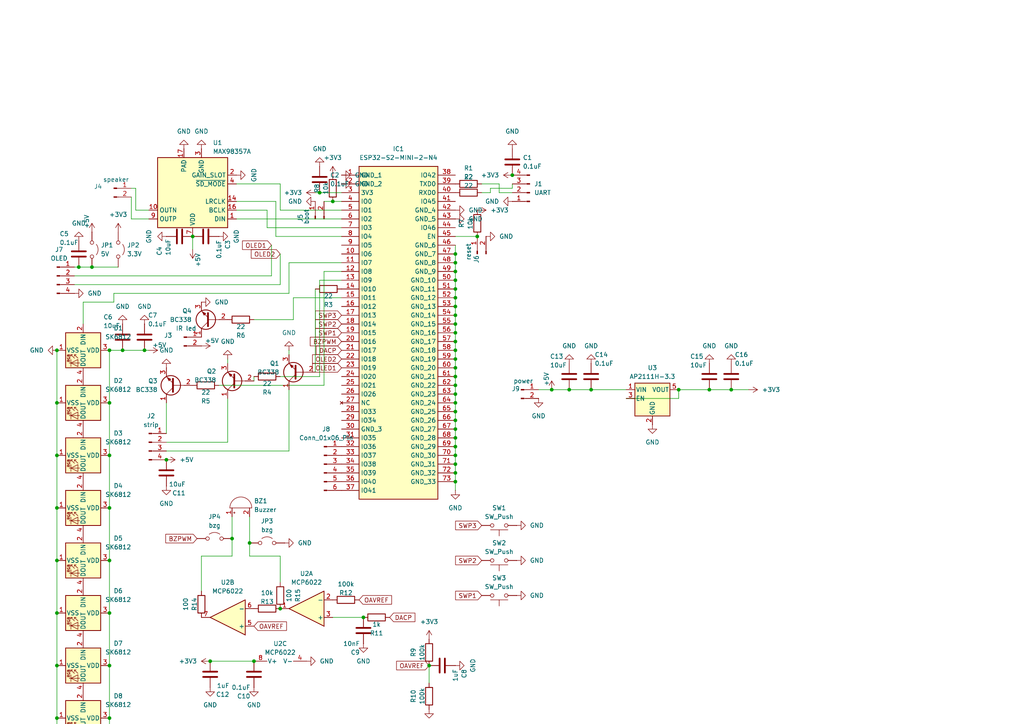
<source format=kicad_sch>
(kicad_sch (version 20250114) (generator "eeschema") (generator_version "9.0")
  (paper "A4")
  (lib_symbols
    (symbol "Amplifier_Operational:MCP6022" (pin_names (offset 0.127))
      (property "Reference" "U" (at 0 5.08 0))
      (property "Value" "MCP6022" (at 0 -5.08 0))
      (symbol "MCP6022_1_1"
        (pin input line (at -7.62 2.54 0) (length 2.54) (name "+") (number "3"))
        (pin input line (at -7.62 -2.54 0) (length 2.54) (name "-") (number "2"))
        (pin output line (at 7.62 0 180) (length 2.54) (name "~") (number "1"))
      )
      (symbol "MCP6022_2_1"
        (pin input line (at -7.62 2.54 0) (length 2.54) (name "+") (number "5"))
        (pin input line (at -7.62 -2.54 0) (length 2.54) (name "-") (number "6"))
        (pin output line (at 7.62 0 180) (length 2.54) (name "~") (number "7"))
      )
      (symbol "MCP6022_3_1"
        (pin power_in line (at -2.54 7.62 270) (length 3.81) (name "V+") (number "8"))
        (pin power_in line (at -2.54 -7.62 90) (length 3.81) (name "V-") (number "4"))
      )
    )
    (symbol "Audio:MAX98357A"
      (property "Reference" "U" (at -8.89 11.43 0))
      (property "Value" "MAX98357A" (at 10.16 11.43 0))
      (symbol "MAX98357A_1_1"
        (pin input line (at -12.7 7.62 0) (length 2.54) (name "DIN") (number "1"))
        (pin input line (at -12.7 5.08 0) (length 2.54) (name "BCLK") (number "16"))
        (pin input line (at -12.7 2.54 0) (length 2.54) (name "LRCLK") (number "14"))
        (pin input line (at -12.7 -2.54 0) (length 2.54) (name "~{SD_MODE}") (number "4"))
        (pin passive line (at -12.7 -5.08 0) (length 2.54) (name "GAIN_SLOT") (number "2"))
        (pin passive line (at -2.54 -12.7 90) (length 2.54) (hide yes) (name "GND") (number "11"))
        (pin passive line (at -2.54 -12.7 90) (length 2.54) (hide yes) (name "GND") (number "15"))
        (pin power_in line (at -2.54 -12.7 90) (length 2.54) (name "GND") (number "3"))
        (pin power_in line (at 0 12.7 270) (length 2.54) (name "VDD") (number "7"))
        (pin passive line (at 0 12.7 270) (length 2.54) (hide yes) (name "VDD") (number "8"))
        (pin unspecified line (at 2.54 -12.7 90) (length 2.54) (name "PAD") (number "17"))
        (pin no_connect line (at 10.16 2.54 180) (length 2.54) (hide yes) (name "NC") (number "5"))
        (pin no_connect line (at 10.16 0 180) (length 2.54) (hide yes) (name "NC") (number "6"))
        (pin no_connect line (at 10.16 -5.08 180) (length 2.54) (hide yes) (name "NC") (number "12"))
        (pin no_connect line (at 10.16 -7.62 180) (length 2.54) (hide yes) (name "NC") (number "13"))
        (pin output line (at 12.7 7.62 180) (length 2.54) (name "OUTP") (number "9"))
        (pin output line (at 12.7 5.08 180) (length 2.54) (name "OUTN") (number "10"))
      )
    )
    (symbol "Connector:Conn_01x02_Pin" (pin_names (offset 1.016) (hide yes))
      (property "Reference" "J" (at 0 2.54 0))
      (property "Value" "Conn_01x02_Pin" (at 0 -5.08 0))
      (symbol "Conn_01x02_Pin_1_1"
        (pin passive line (at 5.08 0 180) (length 3.81) (name "Pin_1") (number "1"))
        (pin passive line (at 5.08 -2.54 180) (length 3.81) (name "Pin_2") (number "2"))
      )
    )
    (symbol "Connector:Conn_01x04_Pin" (pin_names (offset 1.016) (hide yes))
      (property "Reference" "J" (at 0 5.08 0))
      (property "Value" "Conn_01x04_Pin" (at 0 -7.62 0))
      (symbol "Conn_01x04_Pin_1_1"
        (pin passive line (at 5.08 2.54 180) (length 3.81) (name "Pin_1") (number "1"))
        (pin passive line (at 5.08 0 180) (length 3.81) (name "Pin_2") (number "2"))
        (pin passive line (at 5.08 -2.54 180) (length 3.81) (name "Pin_3") (number "3"))
        (pin passive line (at 5.08 -5.08 180) (length 3.81) (name "Pin_4") (number "4"))
      )
    )
    (symbol "Connector:Conn_01x06_Pin" (pin_names (offset 1.016) (hide yes))
      (property "Reference" "J" (at 0 7.62 0))
      (property "Value" "Conn_01x06_Pin" (at 0 -10.16 0))
      (symbol "Conn_01x06_Pin_1_1"
        (pin passive line (at 5.08 5.08 180) (length 3.81) (name "Pin_1") (number "1"))
        (pin passive line (at 5.08 2.54 180) (length 3.81) (name "Pin_2") (number "2"))
        (pin passive line (at 5.08 0 180) (length 3.81) (name "Pin_3") (number "3"))
        (pin passive line (at 5.08 -2.54 180) (length 3.81) (name "Pin_4") (number "4"))
        (pin passive line (at 5.08 -5.08 180) (length 3.81) (name "Pin_5") (number "5"))
        (pin passive line (at 5.08 -7.62 180) (length 3.81) (name "Pin_6") (number "6"))
      )
    )
    (symbol "Device:Buzzer" (pin_names (offset 0.0254) (hide yes))
      (property "Reference" "BZ" (at 3.81 1.27 0))
      (property "Value" "Buzzer" (at 3.81 -1.27 0))
      (symbol "Buzzer_1_1"
        (pin passive line (at -2.54 2.54 0) (length 2.54) (name "+") (number "1"))
        (pin passive line (at -2.54 -2.54 0) (length 2.54) (name "-") (number "2"))
      )
    )
    (symbol "Device:C" (pin_numbers (hide yes)) (pin_names (offset 0.254))
      (property "Reference" "C" (at 0.635 2.54 0))
      (property "Value" "C" (at 0.635 -2.54 0))
      (symbol "C_1_1"
        (pin passive line (at 0 3.81 270) (length 2.794) (name "~") (number "1"))
        (pin passive line (at 0 -3.81 90) (length 2.794) (name "~") (number "2"))
      )
    )
    (symbol "Device:R" (pin_numbers (hide yes)) (pin_names (offset 0))
      (property "Reference" "R" (at 2.032 0 90))
      (property "Value" "R" (at 0 0 90))
      (symbol "R_1_1"
        (pin passive line (at 0 3.81 270) (length 1.27) (name "~") (number "1"))
        (pin passive line (at 0 -3.81 90) (length 1.27) (name "~") (number "2"))
      )
    )
    (symbol "ESP32-S2-MINI-2-N4:ESP32-S2-MINI-2-N4"
      (property "Reference" "IC" (at 29.21 7.62 0))
      (property "Value" "ESP32-S2-MINI-2-N4" (at 29.21 5.08 0))
      (symbol "ESP32-S2-MINI-2-N4_1_1"
        (pin passive line (at 0 0 0) (length 5.08) (name "GND_1") (number "1"))
        (pin passive line (at 0 -2.54 0) (length 5.08) (name "GND_2") (number "2"))
        (pin passive line (at 0 -5.08 0) (length 5.08) (name "3V3") (number "3"))
        (pin passive line (at 0 -7.62 0) (length 5.08) (name "IO0") (number "4"))
        (pin passive line (at 0 -10.16 0) (length 5.08) (name "IO1") (number "5"))
        (pin passive line (at 0 -12.7 0) (length 5.08) (name "IO2") (number "6"))
        (pin passive line (at 0 -15.24 0) (length 5.08) (name "IO3") (number "7"))
        (pin passive line (at 0 -17.78 0) (length 5.08) (name "IO4") (number "8"))
        (pin passive line (at 0 -20.32 0) (length 5.08) (name "IO5") (number "9"))
        (pin passive line (at 0 -22.86 0) (length 5.08) (name "IO6") (number "10"))
        (pin passive line (at 0 -25.4 0) (length 5.08) (name "IO7") (number "11"))
        (pin passive line (at 0 -27.94 0) (length 5.08) (name "IO8") (number "12"))
        (pin passive line (at 0 -30.48 0) (length 5.08) (name "IO9") (number "13"))
        (pin passive line (at 0 -33.02 0) (length 5.08) (name "IO10") (number "14"))
        (pin passive line (at 0 -35.56 0) (length 5.08) (name "IO11") (number "15"))
        (pin passive line (at 0 -38.1 0) (length 5.08) (name "IO12") (number "16"))
        (pin passive line (at 0 -40.64 0) (length 5.08) (name "IO13") (number "17"))
        (pin passive line (at 0 -43.18 0) (length 5.08) (name "IO14") (number "18"))
        (pin passive line (at 0 -45.72 0) (length 5.08) (name "IO15") (number "19"))
        (pin passive line (at 0 -48.26 0) (length 5.08) (name "IO16") (number "20"))
        (pin passive line (at 0 -50.8 0) (length 5.08) (name "IO17") (number "21"))
        (pin passive line (at 0 -53.34 0) (length 5.08) (name "IO18") (number "22"))
        (pin passive line (at 0 -55.88 0) (length 5.08) (name "IO19") (number "23"))
        (pin passive line (at 0 -58.42 0) (length 5.08) (name "IO20") (number "24"))
        (pin passive line (at 0 -60.96 0) (length 5.08) (name "IO21") (number "25"))
        (pin passive line (at 0 -63.5 0) (length 5.08) (name "IO26") (number "26"))
        (pin no_connect line (at 0 -66.04 0) (length 5.08) (name "NC") (number "27"))
        (pin passive line (at 0 -68.58 0) (length 5.08) (name "IO33") (number "28"))
        (pin passive line (at 0 -71.12 0) (length 5.08) (name "IO34") (number "29"))
        (pin passive line (at 0 -73.66 0) (length 5.08) (name "GND_3") (number "30"))
        (pin passive line (at 0 -76.2 0) (length 5.08) (name "IO35") (number "31"))
        (pin passive line (at 0 -78.74 0) (length 5.08) (name "IO36") (number "32"))
        (pin passive line (at 0 -81.28 0) (length 5.08) (name "IO37") (number "33"))
        (pin passive line (at 0 -83.82 0) (length 5.08) (name "IO38") (number "34"))
        (pin passive line (at 0 -86.36 0) (length 5.08) (name "IO39") (number "35"))
        (pin passive line (at 0 -88.9 0) (length 5.08) (name "IO40") (number "36"))
        (pin passive line (at 0 -91.44 0) (length 5.08) (name "IO41") (number "37"))
        (pin passive line (at 33.02 0 180) (length 5.08) (name "IO42") (number "38"))
        (pin passive line (at 33.02 -2.54 180) (length 5.08) (name "TXD0") (number "39"))
        (pin passive line (at 33.02 -5.08 180) (length 5.08) (name "RXD0") (number "40"))
        (pin passive line (at 33.02 -7.62 180) (length 5.08) (name "IO45") (number "41"))
        (pin passive line (at 33.02 -10.16 180) (length 5.08) (name "GND_4") (number "42"))
        (pin passive line (at 33.02 -12.7 180) (length 5.08) (name "GND_5") (number "43"))
        (pin passive line (at 33.02 -15.24 180) (length 5.08) (name "IO46") (number "44"))
        (pin passive line (at 33.02 -17.78 180) (length 5.08) (name "EN") (number "45"))
        (pin passive line (at 33.02 -20.32 180) (length 5.08) (name "GND_6") (number "46"))
        (pin passive line (at 33.02 -22.86 180) (length 5.08) (name "GND_7") (number "47"))
        (pin passive line (at 33.02 -25.4 180) (length 5.08) (name "GND_8") (number "48"))
        (pin passive line (at 33.02 -27.94 180) (length 5.08) (name "GND_9") (number "49"))
        (pin passive line (at 33.02 -30.48 180) (length 5.08) (name "GND_10") (number "50"))
        (pin passive line (at 33.02 -33.02 180) (length 5.08) (name "GND_11") (number "51"))
        (pin passive line (at 33.02 -35.56 180) (length 5.08) (name "GND_12") (number "52"))
        (pin passive line (at 33.02 -38.1 180) (length 5.08) (name "GND_13") (number "53"))
        (pin passive line (at 33.02 -40.64 180) (length 5.08) (name "GND_14") (number "54"))
        (pin passive line (at 33.02 -43.18 180) (length 5.08) (name "GND_15") (number "55"))
        (pin passive line (at 33.02 -45.72 180) (length 5.08) (name "GND_16") (number "56"))
        (pin passive line (at 33.02 -48.26 180) (length 5.08) (name "GND_17") (number "57"))
        (pin passive line (at 33.02 -50.8 180) (length 5.08) (name "GND_18") (number "58"))
        (pin passive line (at 33.02 -53.34 180) (length 5.08) (name "GND_19") (number "59"))
        (pin passive line (at 33.02 -55.88 180) (length 5.08) (name "GND_20") (number "60"))
        (pin passive line (at 33.02 -58.42 180) (length 5.08) (name "GND_21") (number "61"))
        (pin passive line (at 33.02 -60.96 180) (length 5.08) (name "GND_22") (number "62"))
        (pin passive line (at 33.02 -63.5 180) (length 5.08) (name "GND_23") (number "63"))
        (pin passive line (at 33.02 -66.04 180) (length 5.08) (name "GND_24") (number "64"))
        (pin passive line (at 33.02 -68.58 180) (length 5.08) (name "GND_25") (number "65"))
        (pin passive line (at 33.02 -71.12 180) (length 5.08) (name "GND_26") (number "66"))
        (pin passive line (at 33.02 -73.66 180) (length 5.08) (name "GND_27") (number "67"))
        (pin passive line (at 33.02 -76.2 180) (length 5.08) (name "GND_28") (number "68"))
        (pin passive line (at 33.02 -78.74 180) (length 5.08) (name "GND_29") (number "69"))
        (pin passive line (at 33.02 -81.28 180) (length 5.08) (name "GND_30") (number "70"))
        (pin passive line (at 33.02 -83.82 180) (length 5.08) (name "GND_31") (number "71"))
        (pin passive line (at 33.02 -86.36 180) (length 5.08) (name "GND_32") (number "72"))
        (pin passive line (at 33.02 -88.9 180) (length 5.08) (name "GND_33") (number "73"))
      )
    )
    (symbol "Jumper:Jumper_2_Open" (pin_numbers (hide yes)) (pin_names (offset 0) (hide yes)) (exclude_from_sim yes)
      (property "Reference" "JP" (at 0 2.794 0))
      (property "Value" "Jumper_2_Open" (at 0 -2.286 0))
      (symbol "Jumper_2_Open_1_1"
        (pin passive line (at -5.08 0 0) (length 2.54) (name "A") (number "1"))
        (pin passive line (at 5.08 0 180) (length 2.54) (name "B") (number "2"))
      )
    )
    (symbol "LED:SK6812" (pin_names (offset 0.254))
      (property "Reference" "D" (at 5.08 5.715 0))
      (property "Value" "SK6812" (at 1.27 -5.715 0))
      (symbol "SK6812_0_0"
        (text "RGB" (at 2.286 -4.191 0) (effects (font (size 0.762 0.762))))
      )
      (symbol "SK6812_1_1"
        (pin input line (at -7.62 0 0) (length 2.54) (name "DIN") (number "2"))
        (pin power_in line (at 0 7.62 270) (length 2.54) (name "VDD") (number "3"))
        (pin power_in line (at 0 -7.62 90) (length 2.54) (name "VSS") (number "1"))
        (pin output line (at 7.62 0 180) (length 2.54) (name "DOUT") (number "4"))
      )
    )
    (symbol "Regulator_Linear:AP2112K-3.3" (pin_names (offset 0.254))
      (property "Reference" "U" (at -5.08 5.715 0))
      (property "Value" "AP2112K-3.3" (at 0 5.715 0))
      (symbol "AP2112K-3.3_1_1"
        (pin power_in line (at -7.62 2.54 0) (length 2.54) (name "VIN") (number "1"))
        (pin input line (at -7.62 0 0) (length 2.54) (name "EN") (number "3"))
        (pin power_in line (at 0 -7.62 90) (length 2.54) (name "GND") (number "2"))
        (pin no_connect line (at 5.08 0 180) (length 2.54) (hide yes) (name "NC") (number "4"))
        (pin power_out line (at 7.62 2.54 180) (length 2.54) (name "VOUT") (number "5"))
      )
    )
    (symbol "Switch:SW_Push" (pin_numbers (hide yes)) (pin_names (offset 1.016) (hide yes))
      (property "Reference" "SW" (at 1.27 2.54 0))
      (property "Value" "SW_Push" (at 0 -1.524 0))
      (symbol "SW_Push_0_1"
        (pin passive line (at -5.08 0 0) (length 2.54) (name "1") (number "1"))
        (pin passive line (at 5.08 0 180) (length 2.54) (name "2") (number "2"))
      )
    )
    (symbol "Transistor_BJT:BC338" (pin_names (offset 0) (hide yes))
      (property "Reference" "Q" (at 5.08 1.905 0))
      (property "Value" "BC338" (at 5.08 0 0))
      (symbol "BC338_1_1"
        (pin input line (at -5.08 0 0) (length 2.54) (name "B") (number "2"))
        (pin passive line (at 2.54 5.08 270) (length 2.54) (name "C") (number "1"))
        (pin passive line (at 2.54 -5.08 90) (length 2.54) (name "E") (number "3"))
      )
    )
    (symbol "power:+3V3" (power) (pin_numbers (hide yes)) (pin_names (offset 0) (hide yes))
      (property "Value" "+3V3" (at 0 3.556 0))
      (symbol "+3V3_1_1"
        (pin power_in line (at 0 0 90) (length 0) (name "~") (number "1"))
      )
    )
    (symbol "power:+5V" (power) (pin_numbers (hide yes)) (pin_names (offset 0) (hide yes))
      (property "Value" "+5V" (at 0 3.556 0))
      (symbol "+5V_1_1"
        (pin power_in line (at 0 0 90) (length 0) (name "~") (number "1"))
      )
    )
    (symbol "power:GND" (power) (pin_numbers (hide yes)) (pin_names (offset 0) (hide yes))
      (property "Value" "GND" (at 0 -3.81 0))
      (symbol "GND_1_1"
        (pin power_in line (at 0 0 270) (length 0) (name "~") (number "1"))
      )
    )
  )
  (junction (at 81.28 176.53))
  (junction (at 31.75 116.84))
  (junction (at 31.75 513.08))
  (junction (at 55.88 68.58))
  (junction (at 105.41 179.07))
  (junction (at 31.75 467.36))
  (junction (at 16.51 177.8))
  (junction (at 16.51 223.52))
  (junction (at 132.08 139.7))
  (junction (at 16.51 604.52))
  (junction (at 31.75 132.08))
  (junction (at 31.75 375.92))
  (junction (at 16.51 132.08))
  (junction (at 31.75 223.52))
  (junction (at 16.51 254))
  (junction (at 22.86 77.47))
  (junction (at 132.08 96.52))
  (junction (at 16.51 467.36))
  (junction (at 132.08 124.46))
  (junction (at 132.08 132.08))
  (junction (at 31.75 558.8))
  (junction (at 16.51 269.24))
  (junction (at 132.08 127))
  (junction (at 132.08 88.9))
  (junction (at 132.08 114.3))
  (junction (at 16.51 284.48))
  (junction (at 16.51 391.16))
  (junction (at 16.51 162.56))
  (junction (at 132.08 119.38))
  (junction (at 16.51 497.84))
  (junction (at 132.08 134.62))
  (junction (at 31.75 604.52))
  (junction (at 132.08 91.44))
  (junction (at 196.85 113.03))
  (junction (at 16.51 589.28))
  (junction (at 31.75 543.56))
  (junction (at 132.08 83.82))
  (junction (at 132.08 104.14))
  (junction (at 41.91 101.6))
  (junction (at 16.51 238.76))
  (junction (at 16.51 528.32))
  (junction (at 132.08 78.74))
  (junction (at 31.75 406.4))
  (junction (at 67.31 156.21))
  (junction (at 31.75 497.84))
  (junction (at 132.08 121.92))
  (junction (at 16.51 452.12))
  (junction (at 205.74 113.03))
  (junction (at 31.75 421.64))
  (junction (at 16.51 482.6))
  (junction (at 16.51 330.2))
  (junction (at 16.51 360.68))
  (junction (at 31.75 528.32))
  (junction (at 31.75 345.44))
  (junction (at 72.39 157.48))
  (junction (at 132.08 81.28))
  (junction (at 31.75 177.8))
  (junction (at 96.52 58.42))
  (junction (at 31.75 482.6))
  (junction (at 31.75 284.48))
  (junction (at 16.51 116.84))
  (junction (at 16.51 375.92))
  (junction (at 31.75 254))
  (junction (at 31.75 574.04))
  (junction (at 31.75 101.6))
  (junction (at 31.75 269.24))
  (junction (at 16.51 314.96))
  (junction (at 132.08 101.6))
  (junction (at 132.08 111.76))
  (junction (at 31.75 314.96))
  (junction (at 60.96 191.77))
  (junction (at 16.51 345.44))
  (junction (at 26.67 77.47))
  (junction (at 31.75 208.28))
  (junction (at 132.08 129.54))
  (junction (at 132.08 73.66))
  (junction (at 16.51 299.72))
  (junction (at 138.43 68.58))
  (junction (at 31.75 147.32))
  (junction (at 16.51 193.04))
  (junction (at 92.71 55.88))
  (junction (at 16.51 436.88))
  (junction (at 31.75 162.56))
  (junction (at 165.1 113.03))
  (junction (at 16.51 558.8))
  (junction (at 31.75 193.04))
  (junction (at 16.51 208.28))
  (junction (at 132.08 116.84))
  (junction (at 48.26 133.35))
  (junction (at 16.51 406.4))
  (junction (at 132.08 106.68))
  (junction (at 160.02 113.03))
  (junction (at 16.51 421.64))
  (junction (at 31.75 436.88))
  (junction (at 132.08 86.36))
  (junction (at 31.75 452.12))
  (junction (at 132.08 99.06))
  (junction (at 16.51 543.56))
  (junction (at 31.75 391.16))
  (junction (at 31.75 589.28))
  (junction (at 31.75 360.68))
  (junction (at 148.59 50.8))
  (junction (at 132.08 93.98))
  (junction (at 132.08 137.16))
  (junction (at 35.56 101.6))
  (junction (at 132.08 109.22))
  (junction (at 16.51 147.32))
  (junction (at 212.09 113.03))
  (junction (at 16.51 513.08))
  (junction (at 31.75 238.76))
  (junction (at 73.66 191.77))
  (junction (at 132.08 76.2))
  (junction (at 16.51 574.04))
  (junction (at 31.75 299.72))
  (junction (at 124.46 193.04))
  (junction (at 171.45 113.03))
  (junction (at 31.75 330.2))
  (junction (at 16.51 101.6))
  (wire (pts (xy 72.39 149.86) (xy 72.39 157.48)))
  (wire (pts (xy 66.04 128.27) (xy 48.26 128.27)))
  (wire (pts (xy 31.75 604.52) (xy 31.75 619.76)))
  (wire (pts (xy 142.24 55.88) (xy 139.7 55.88)))
  (wire (pts (xy 92.71 55.88) (xy 99.06 55.88)))
  (wire (pts (xy 156.21 113.03) (xy 160.02 113.03)))
  (wire (pts (xy 81.28 109.22) (xy 92.71 109.22)))
  (wire (pts (xy 77.47 66.04) (xy 99.06 66.04)))
  (wire (pts (xy 58.42 161.29) (xy 67.31 161.29)))
  (wire (pts (xy 68.58 58.42) (xy 80.01 58.42)))
  (wire (pts (xy 132.08 111.76) (xy 132.08 114.3)))
  (wire (pts (xy 132.08 121.92) (xy 132.08 124.46)))
  (wire (pts (xy 16.51 177.8) (xy 16.51 193.04)))
  (wire (pts (xy 16.51 269.24) (xy 16.51 284.48)))
  (wire (pts (xy 16.51 330.2) (xy 16.51 345.44)))
  (wire (pts (xy 39.37 60.96) (xy 43.18 60.96)))
  (wire (pts (xy 96.52 179.07) (xy 105.41 179.07)))
  (wire (pts (xy 16.51 314.96) (xy 16.51 330.2)))
  (wire (pts (xy 31.75 101.6) (xy 35.56 101.6)))
  (wire (pts (xy 148.59 53.34) (xy 148.59 54.61)))
  (wire (pts (xy 31.75 421.64) (xy 31.75 436.88)))
  (wire (pts (xy 24.13 87.63) (xy 33.02 87.63)))
  (wire (pts (xy 31.75 589.28) (xy 31.75 604.52)))
  (wire (pts (xy 31.75 528.32) (xy 31.75 543.56)))
  (wire (pts (xy 31.75 314.96) (xy 31.75 330.2)))
  (wire (pts (xy 132.08 116.84) (xy 132.08 119.38)))
  (wire (pts (xy 16.51 223.52) (xy 16.51 238.76)))
  (wire (pts (xy 132.08 99.06) (xy 132.08 101.6)))
  (wire (pts (xy 16.51 406.4) (xy 16.51 421.64)))
  (wire (pts (xy 81.28 60.96) (xy 99.06 60.96)))
  (wire (pts (xy 160.02 113.03) (xy 165.1 113.03)))
  (wire (pts (xy 66.04 105.41) (xy 66.04 104.14)))
  (wire (pts (xy 132.08 106.68) (xy 132.08 109.22)))
  (wire (pts (xy 144.78 53.34) (xy 144.78 55.88)))
  (wire (pts (xy 16.51 208.28) (xy 16.51 223.52)))
  (wire (pts (xy 31.75 391.16) (xy 31.75 406.4)))
  (wire (pts (xy 16.51 238.76) (xy 16.51 254)))
  (wire (pts (xy 48.26 116.84) (xy 48.26 125.73)))
  (wire (pts (xy 16.51 467.36) (xy 16.51 482.6)))
  (wire (pts (xy 31.75 558.8) (xy 31.75 574.04)))
  (wire (pts (xy 132.08 127) (xy 132.08 129.54)))
  (wire (pts (xy 31.75 177.8) (xy 31.75 193.04)))
  (wire (pts (xy 132.08 88.9) (xy 132.08 91.44)))
  (wire (pts (xy 132.08 81.28) (xy 132.08 83.82)))
  (wire (pts (xy 68.58 60.96) (xy 77.47 60.96)))
  (wire (pts (xy 16.51 513.08) (xy 16.51 528.32)))
  (wire (pts (xy 31.75 452.12) (xy 31.75 467.36)))
  (wire (pts (xy 139.7 53.34) (xy 144.78 53.34)))
  (wire (pts (xy 31.75 543.56) (xy 31.75 558.8)))
  (wire (pts (xy 132.08 109.22) (xy 132.08 111.76)))
  (wire (pts (xy 31.75 375.92) (xy 31.75 391.16)))
  (wire (pts (xy 31.75 193.04) (xy 31.75 208.28)))
  (wire (pts (xy 83.82 85.09) (xy 83.82 76.2)))
  (wire (pts (xy 132.08 93.98) (xy 132.08 96.52)))
  (wire (pts (xy 92.71 81.28) (xy 99.06 81.28)))
  (wire (pts (xy 132.08 119.38) (xy 132.08 121.92)))
  (wire (pts (xy 31.75 162.56) (xy 31.75 177.8)))
  (wire (pts (xy 67.31 156.21) (xy 67.31 161.29)))
  (wire (pts (xy 132.08 71.12) (xy 132.08 73.66)))
  (wire (pts (xy 16.51 254) (xy 16.51 269.24)))
  (wire (pts (xy 31.75 299.72) (xy 31.75 314.96)))
  (wire (pts (xy 16.51 528.32) (xy 16.51 543.56)))
  (wire (pts (xy 31.75 132.08) (xy 31.75 147.32)))
  (wire (pts (xy 196.85 113.03) (xy 205.74 113.03)))
  (wire (pts (xy 24.13 93.98) (xy 24.13 87.63)))
  (wire (pts (xy 63.5 111.76) (xy 93.98 111.76)))
  (wire (pts (xy 73.66 110.49) (xy 73.66 109.22)))
  (wire (pts (xy 31.75 269.24) (xy 31.75 284.48)))
  (wire (pts (xy 142.24 54.61) (xy 142.24 55.88)))
  (wire (pts (xy 67.31 149.86) (xy 67.31 156.21)))
  (wire (pts (xy 205.74 113.03) (xy 212.09 113.03)))
  (wire (pts (xy 31.75 116.84) (xy 31.75 132.08)))
  (wire (pts (xy 91.44 55.88) (xy 92.71 55.88)))
  (wire (pts (xy 31.75 513.08) (xy 31.75 528.32)))
  (wire (pts (xy 132.08 91.44) (xy 132.08 93.98)))
  (wire (pts (xy 77.47 60.96) (xy 77.47 66.04)))
  (wire (pts (xy 72.39 157.48) (xy 72.39 161.29)))
  (wire (pts (xy 31.75 467.36) (xy 31.75 482.6)))
  (wire (pts (xy 132.08 137.16) (xy 132.08 139.7)))
  (wire (pts (xy 16.51 116.84) (xy 16.51 132.08)))
  (wire (pts (xy 16.51 299.72) (xy 16.51 314.96)))
  (wire (pts (xy 93.98 78.74) (xy 99.06 78.74)))
  (wire (pts (xy 93.98 58.42) (xy 96.52 58.42)))
  (wire (pts (xy 124.46 193.04) (xy 124.46 198.12)))
  (wire (pts (xy 148.59 54.61) (xy 142.24 54.61)))
  (wire (pts (xy 81.28 53.34) (xy 81.28 60.96)))
  (wire (pts (xy 72.39 161.29) (xy 81.28 161.29)))
  (wire (pts (xy 68.58 53.34) (xy 81.28 53.34)))
  (wire (pts (xy 132.08 139.7) (xy 132.08 142.24)))
  (wire (pts (xy 16.51 497.84) (xy 16.51 513.08)))
  (wire (pts (xy 16.51 543.56) (xy 16.51 558.8)))
  (wire (pts (xy 132.08 83.82) (xy 132.08 86.36)))
  (wire (pts (xy 132.08 86.36) (xy 132.08 88.9)))
  (wire (pts (xy 92.71 81.28) (xy 92.71 109.22)))
  (wire (pts (xy 31.75 482.6) (xy 31.75 497.84)))
  (wire (pts (xy 81.28 82.55) (xy 21.59 82.55)))
  (wire (pts (xy 60.96 191.77) (xy 73.66 191.77)))
  (wire (pts (xy 31.75 223.52) (xy 31.75 238.76)))
  (wire (pts (xy 31.75 330.2) (xy 31.75 345.44)))
  (wire (pts (xy 31.75 574.04) (xy 31.75 589.28)))
  (wire (pts (xy 43.18 101.6) (xy 41.91 101.6)))
  (wire (pts (xy 35.56 101.6) (xy 41.91 101.6)))
  (wire (pts (xy 16.51 360.68) (xy 16.51 375.92)))
  (wire (pts (xy 16.51 558.8) (xy 16.51 574.04)))
  (wire (pts (xy 16.51 101.6) (xy 16.51 116.84)))
  (wire (pts (xy 48.26 130.81) (xy 83.82 130.81)))
  (wire (pts (xy 31.75 101.6) (xy 31.75 116.84)))
  (wire (pts (xy 39.37 54.61) (xy 39.37 60.96)))
  (wire (pts (xy 132.08 73.66) (xy 132.08 76.2)))
  (wire (pts (xy 16.51 604.52) (xy 16.51 619.76)))
  (wire (pts (xy 85.09 92.71) (xy 85.09 86.36)))
  (wire (pts (xy 31.75 254) (xy 31.75 269.24)))
  (wire (pts (xy 31.75 406.4) (xy 31.75 421.64)))
  (wire (pts (xy 132.08 129.54) (xy 132.08 132.08)))
  (wire (pts (xy 83.82 76.2) (xy 99.06 76.2)))
  (wire (pts (xy 66.04 115.57) (xy 66.04 128.27)))
  (wire (pts (xy 196.85 113.03) (xy 196.85 115.57)))
  (wire (pts (xy 38.1 54.61) (xy 39.37 54.61)))
  (wire (pts (xy 196.85 115.57) (xy 181.61 115.57)))
  (wire (pts (xy 80.01 68.58) (xy 99.06 68.58)))
  (wire (pts (xy 31.75 360.68) (xy 31.75 375.92)))
  (wire (pts (xy 31.75 238.76) (xy 31.75 254)))
  (wire (pts (xy 132.08 134.62) (xy 132.08 137.16)))
  (wire (pts (xy 31.75 147.32) (xy 31.75 162.56)))
  (wire (pts (xy 144.78 55.88) (xy 148.59 55.88)))
  (wire (pts (xy 81.28 73.66) (xy 81.28 82.55)))
  (wire (pts (xy 33.02 87.63) (xy 33.02 85.09)))
  (wire (pts (xy 83.82 102.87) (xy 83.82 101.6)))
  (wire (pts (xy 16.51 452.12) (xy 16.51 467.36)))
  (wire (pts (xy 55.88 72.39) (xy 55.88 68.58)))
  (wire (pts (xy 22.86 77.47) (xy 26.67 77.47)))
  (wire (pts (xy 83.82 130.81) (xy 83.82 113.03)))
  (wire (pts (xy 26.67 77.47) (xy 34.29 77.47)))
  (wire (pts (xy 16.51 375.92) (xy 16.51 391.16)))
  (wire (pts (xy 78.74 80.01) (xy 78.74 71.12)))
  (wire (pts (xy 16.51 162.56) (xy 16.51 177.8)))
  (wire (pts (xy 132.08 68.58) (xy 138.43 68.58)))
  (wire (pts (xy 171.45 113.03) (xy 181.61 113.03)))
  (wire (pts (xy 16.51 436.88) (xy 16.51 452.12)))
  (wire (pts (xy 132.08 76.2) (xy 132.08 78.74)))
  (wire (pts (xy 91.44 83.82) (xy 91.44 107.95)))
  (wire (pts (xy 96.52 58.42) (xy 99.06 58.42)))
  (wire (pts (xy 132.08 132.08) (xy 132.08 134.62)))
  (wire (pts (xy 31.75 345.44) (xy 31.75 360.68)))
  (wire (pts (xy 16.51 391.16) (xy 16.51 406.4)))
  (wire (pts (xy 212.09 113.03) (xy 217.17 113.03)))
  (wire (pts (xy 21.59 80.01) (xy 78.74 80.01)))
  (wire (pts (xy 16.51 193.04) (xy 16.51 208.28)))
  (wire (pts (xy 132.08 96.52) (xy 132.08 99.06)))
  (wire (pts (xy 16.51 421.64) (xy 16.51 436.88)))
  (wire (pts (xy 16.51 589.28) (xy 16.51 604.52)))
  (wire (pts (xy 38.1 57.15) (xy 38.1 63.5)))
  (wire (pts (xy 132.08 124.46) (xy 132.08 127)))
  (wire (pts (xy 38.1 63.5) (xy 43.18 63.5)))
  (wire (pts (xy 16.51 147.32) (xy 16.51 162.56)))
  (wire (pts (xy 21.59 77.47) (xy 22.86 77.47)))
  (wire (pts (xy 16.51 482.6) (xy 16.51 497.84)))
  (wire (pts (xy 73.66 92.71) (xy 85.09 92.71)))
  (wire (pts (xy 132.08 104.14) (xy 132.08 106.68)))
  (wire (pts (xy 132.08 78.74) (xy 132.08 81.28)))
  (wire (pts (xy 31.75 497.84) (xy 31.75 513.08)))
  (wire (pts (xy 68.58 63.5) (xy 99.06 63.5)))
  (wire (pts (xy 85.09 86.36) (xy 99.06 86.36)))
  (wire (pts (xy 132.08 114.3) (xy 132.08 116.84)))
  (wire (pts (xy 81.28 168.91) (xy 81.28 161.29)))
  (wire (pts (xy 80.01 58.42) (xy 80.01 68.58)))
  (wire (pts (xy 58.42 161.29) (xy 58.42 171.45)))
  (wire (pts (xy 16.51 345.44) (xy 16.51 360.68)))
  (wire (pts (xy 16.51 574.04) (xy 16.51 589.28)))
  (wire (pts (xy 33.02 85.09) (xy 83.82 85.09)))
  (wire (pts (xy 132.08 101.6) (xy 132.08 104.14)))
  (wire (pts (xy 31.75 208.28) (xy 31.75 223.52)))
  (wire (pts (xy 165.1 113.03) (xy 171.45 113.03)))
  (wire (pts (xy 16.51 284.48) (xy 16.51 299.72)))
  (wire (pts (xy 16.51 132.08) (xy 16.51 147.32)))
  (wire (pts (xy 93.98 78.74) (xy 93.98 111.76)))
  (wire (pts (xy 31.75 284.48) (xy 31.75 299.72)))
  (wire (pts (xy 31.75 436.88) (xy 31.75 452.12)))
  (global_label "DACP" (shape input) (at 99.06 101.6 180) (property "Intersheetrefs" "${INTERSHEET_REFS}" (effects (hide yes))))
  (global_label "OAVREF" (shape input) (at 124.46 193.04 180) (property "Intersheetrefs" "${INTERSHEET_REFS}" (effects (hide yes))))
  (global_label "DACP" (shape input) (at 113.03 179.07 0) (property "Intersheetrefs" "${INTERSHEET_REFS}" (effects (hide yes))))
  (global_label "SWP1" (shape input) (at 139.7 172.72 180) (property "Intersheetrefs" "${INTERSHEET_REFS}" (effects (hide yes))))
  (global_label "SWP1" (shape input) (at 99.06 96.52 180) (property "Intersheetrefs" "${INTERSHEET_REFS}" (effects (hide yes))))
  (global_label "SWP2" (shape input) (at 139.7 162.56 180) (property "Intersheetrefs" "${INTERSHEET_REFS}" (effects (hide yes))))
  (global_label "OLED2" (shape input) (at 99.06 104.14 180) (property "Intersheetrefs" "${INTERSHEET_REFS}" (effects (hide yes))))
  (global_label "SWP3" (shape input) (at 99.06 91.44 180) (property "Intersheetrefs" "${INTERSHEET_REFS}" (effects (hide yes))))
  (global_label "BZPWM" (shape input) (at 57.15 156.21 180) (property "Intersheetrefs" "${INTERSHEET_REFS}" (effects (hide yes))))
  (global_label "OLED1" (shape input) (at 99.06 106.68 180) (property "Intersheetrefs" "${INTERSHEET_REFS}" (effects (hide yes))))
  (global_label "SWP2" (shape input) (at 99.06 93.98 180) (property "Intersheetrefs" "${INTERSHEET_REFS}" (effects (hide yes))))
  (global_label "OAVREF" (shape input) (at 104.14 173.99 0) (property "Intersheetrefs" "${INTERSHEET_REFS}" (effects (hide yes))))
  (global_label "OLED1" (shape input) (at 78.74 71.12 180) (property "Intersheetrefs" "${INTERSHEET_REFS}" (effects (hide yes))))
  (global_label "SWP3" (shape input) (at 139.7 152.4 180) (property "Intersheetrefs" "${INTERSHEET_REFS}" (effects (hide yes))))
  (global_label "OAVREF" (shape input) (at 73.66 181.61 0) (property "Intersheetrefs" "${INTERSHEET_REFS}" (effects (hide yes))))
  (global_label "OLED2" (shape input) (at 81.28 73.66 180) (property "Intersheetrefs" "${INTERSHEET_REFS}" (effects (hide yes))))
  (global_label "BZPWM" (shape input) (at 99.06 99.06 180) (property "Intersheetrefs" "${INTERSHEET_REFS}" (effects (hide yes))))
  (symbol (lib_id "power:GND") (at 156.21 115.57 0) (unit 1)
    (property "Reference" "#PWR043" (effects (hide yes)))
    (property "Value" "GND" (at 156.21 120.65 0))
    (property "Description" "Power symbol creates a global label with name \"GND\" , ground" (effects (hide yes)))
  )
  (symbol (lib_id "power:GND") (at 53.34 43.18 180) (unit 1)
    (property "Reference" "#PWR021" (effects (hide yes)))
    (property "Value" "GND" (at 53.34 38.1 0))
    (property "Description" "Power symbol creates a global label with name \"GND\" , ground" (effects (hide yes)))
  )
  (symbol (lib_id "Device:R") (at 69.85 92.71 270) (unit 1)
    (property "Reference" "R6" (at 69.85 97.282 90))
    (property "Value" "22" (at 69.85 94.742 90))
    (property "Footprint" "Resistor_SMD:R_0402_1005Metric" (effects (hide yes)))
    (property "Description" "Resistor" (effects (hide yes)))
  )
  (symbol (lib_id "LED:SK6812") (at 24.13 193.04 270) (unit 1)
    (property "Reference" "D7" (at 34.29 186.6198 90))
    (property "Value" "SK6812" (at 34.29 189.1598 90))
    (property "Footprint" "LED_SMD:LED_SK6812_PLCC4_5.0x5.0mm_P3.2mm" (effects (hide yes)))
    (property "Datasheet" "https://cdn-shop.adafruit.com/product-files/1138/SK6812+LED+datasheet+.pdf" (effects (hide yes)))
    (property "Description" "RGB LED with integrated controller" (effects (hide yes)))
  )
  (symbol (lib_id "Device:C") (at 22.86 73.66 0) (unit 1)
    (property "Reference" "C5" (at 17.272 67.818 0) (effects (justify left)))
    (property "Value" "0.1uF" (at 17.272 70.358 0) (effects (justify left)))
    (property "Footprint" "Capacitor_SMD:C_0402_1005Metric" (effects (hide yes)))
    (property "Description" "Unpolarized capacitor" (effects (hide yes)))
  )
  (symbol (lib_id "LED:SK6812") (at 24.13 284.48 270) (unit 1)
    (property "Reference" "D13" (at 34.29 278.0598 90))
    (property "Value" "SK6812" (at 34.29 280.5998 90))
    (property "Footprint" "LED_SMD:LED_SK6812_PLCC4_5.0x5.0mm_P3.2mm" (effects (hide yes)))
    (property "Datasheet" "https://cdn-shop.adafruit.com/product-files/1138/SK6812+LED+datasheet+.pdf" (effects (hide yes)))
    (property "Description" "RGB LED with integrated controller" (effects (hide yes)))
  )
  (symbol (lib_id "power:GND") (at 21.59 85.09 90) (unit 1)
    (property "Reference" "#PWR025" (effects (hide yes)))
    (property "Value" "GND" (at 25.4 85.0899 90) (effects (justify right)))
    (property "Description" "Power symbol creates a global label with name \"GND\" , ground" (effects (hide yes)))
  )
  (symbol (lib_id "LED:SK6812") (at 24.13 558.8 270) (unit 1)
    (property "Reference" "D31" (at 34.29 552.3798 90))
    (property "Value" "SK6812" (at 34.29 554.9198 90))
    (property "Footprint" "LED_SMD:LED_SK6812_PLCC4_5.0x5.0mm_P3.2mm" (effects (hide yes)))
    (property "Datasheet" "https://cdn-shop.adafruit.com/product-files/1138/SK6812+LED+datasheet+.pdf" (effects (hide yes)))
    (property "Description" "RGB LED with integrated controller" (effects (hide yes)))
  )
  (symbol (lib_id "LED:SK6812") (at 24.13 360.68 270) (unit 1)
    (property "Reference" "D18" (at 34.29 354.2598 90))
    (property "Value" "SK6812" (at 34.29 356.7998 90))
    (property "Footprint" "LED_SMD:LED_SK6812_PLCC4_5.0x5.0mm_P3.2mm" (effects (hide yes)))
    (property "Datasheet" "https://cdn-shop.adafruit.com/product-files/1138/SK6812+LED+datasheet+.pdf" (effects (hide yes)))
    (property "Description" "RGB LED with integrated controller" (effects (hide yes)))
  )
  (symbol (lib_id "Device:R") (at 59.69 111.76 270) (unit 1)
    (property "Reference" "R5" (at 59.69 116.332 90))
    (property "Value" "22" (at 59.69 113.792 90))
    (property "Footprint" "Resistor_SMD:R_0402_1005Metric" (effects (hide yes)))
    (property "Description" "Resistor" (effects (hide yes)))
  )
  (symbol (lib_id "LED:SK6812") (at 24.13 330.2 270) (unit 1)
    (property "Reference" "D16" (at 34.29 323.7798 90))
    (property "Value" "SK6812" (at 34.29 326.3198 90))
    (property "Footprint" "LED_SMD:LED_SK6812_PLCC4_5.0x5.0mm_P3.2mm" (effects (hide yes)))
    (property "Datasheet" "https://cdn-shop.adafruit.com/product-files/1138/SK6812+LED+datasheet+.pdf" (effects (hide yes)))
    (property "Description" "RGB LED with integrated controller" (effects (hide yes)))
  )
  (symbol (lib_id "power:+3V3") (at 91.44 55.88 90) (unit 1)
    (property "Reference" "#PWR02" (effects (hide yes)))
    (property "Value" "+3V3" (at 87.63 55.8799 90) (effects (justify left)))
    (property "Description" "Power symbol creates a global label with name \"+3V3\"" (effects (hide yes)))
  )
  (symbol (lib_id "power:GND") (at 48.26 68.58 270) (unit 1)
    (property "Reference" "#PWR013" (effects (hide yes)))
    (property "Value" "GND" (at 43.18 68.58 0))
    (property "Description" "Power symbol creates a global label with name \"GND\" , ground" (effects (hide yes)))
  )
  (symbol (lib_id "power:+5V") (at 43.18 101.6 270) (unit 1)
    (property "Reference" "#PWR026" (effects (hide yes)))
    (property "Value" "+5V" (at 44.196 100.076 90) (effects (justify left)))
    (property "Description" "Power symbol creates a global label with name \"+5V\"" (effects (hide yes)))
  )
  (symbol (lib_id "power:GND") (at 148.59 58.42 270) (unit 1)
    (property "Reference" "#PWR03" (effects (hide yes)))
    (property "Value" "GND" (at 144.78 58.4199 90) (effects (justify right)))
    (property "Description" "Power symbol creates a global label with name \"GND\" , ground" (effects (hide yes)))
  )
  (symbol (lib_id "Device:C") (at 212.09 109.22 0) (unit 1)
    (property "Reference" "C16" (at 213.106 102.87 0) (effects (justify left)))
    (property "Value" "0.1uF" (at 213.106 105.41 0) (effects (justify left)))
    (property "Footprint" "Capacitor_SMD:C_0402_1005Metric" (effects (hide yes)))
    (property "Description" "Unpolarized capacitor" (effects (hide yes)))
  )
  (symbol (lib_id "Transistor_BJT:BC338") (at 60.96 92.71 180) (unit 1)
    (property "Reference" "Q4" (at 55.626 90.17 0) (effects (justify left)))
    (property "Value" "BC338" (at 55.626 92.71 0) (effects (justify left)))
    (property "Footprint" "Package_TO_SOT_THT:TO-92_Inline" (effects (hide yes)))
    (property "Datasheet" "http://diotec.com/tl_files/diotec/files/pdf/datasheets/bc337" (effects (hide yes)))
    (property "Description" "0.8A Ic, 25V Vce, NPN Transistor, TO-92" (effects (hide yes)))
  )
  (symbol (lib_id "LED:SK6812") (at 24.13 452.12 270) (unit 1)
    (property "Reference" "D24" (at 34.29 445.6998 90))
    (property "Value" "SK6812" (at 34.29 448.2398 90))
    (property "Footprint" "LED_SMD:LED_SK6812_PLCC4_5.0x5.0mm_P3.2mm" (effects (hide yes)))
    (property "Datasheet" "https://cdn-shop.adafruit.com/product-files/1138/SK6812+LED+datasheet+.pdf" (effects (hide yes)))
    (property "Description" "RGB LED with integrated controller" (effects (hide yes)))
  )
  (symbol (lib_id "Device:R") (at 95.25 83.82 270) (unit 1)
    (property "Reference" "R3" (at 95.25 88.392 90))
    (property "Value" "22" (at 95.25 85.852 90))
    (property "Footprint" "Resistor_SMD:R_0402_1005Metric" (effects (hide yes)))
    (property "Description" "Resistor" (effects (hide yes)))
  )
  (symbol (lib_id "power:GND") (at 92.71 48.26 180) (unit 1)
    (property "Reference" "#PWR05" (effects (hide yes)))
    (property "Value" "GND" (at 92.71 43.18 0))
    (property "Description" "Power symbol creates a global label with name \"GND\" , ground" (effects (hide yes)))
  )
  (symbol (lib_id "Transistor_BJT:BC338") (at 68.58 110.49 180) (unit 1)
    (property "Reference" "Q2" (at 62.738 107.696 0) (effects (justify left)))
    (property "Value" "BC338" (at 62.738 110.236 0) (effects (justify left)))
    (property "Footprint" "Package_TO_SOT_THT:TO-92_Inline" (effects (hide yes)))
    (property "Datasheet" "http://diotec.com/tl_files/diotec/files/pdf/datasheets/bc337" (effects (hide yes)))
    (property "Description" "0.8A Ic, 25V Vce, NPN Transistor, TO-92" (effects (hide yes)))
  )
  (symbol (lib_id "power:GND") (at 132.08 63.5 90) (unit 1)
    (property "Reference" "#PWR055" (effects (hide yes)))
    (property "Value" "GND" (at 135.89 63.4999 90) (effects (justify right)))
    (property "Description" "Power symbol creates a global label with name \"GND\" , ground" (effects (hide yes)))
  )
  (symbol (lib_id "LED:SK6812") (at 24.13 375.92 270) (unit 1)
    (property "Reference" "D19" (at 34.29 369.4998 90))
    (property "Value" "SK6812" (at 34.29 372.0398 90))
    (property "Footprint" "LED_SMD:LED_SK6812_PLCC4_5.0x5.0mm_P3.2mm" (effects (hide yes)))
    (property "Datasheet" "https://cdn-shop.adafruit.com/product-files/1138/SK6812+LED+datasheet+.pdf" (effects (hide yes)))
    (property "Description" "RGB LED with integrated controller" (effects (hide yes)))
  )
  (symbol (lib_id "Connector:Conn_01x04_Pin") (at 16.51 80.01 0) (unit 1)
    (property "Reference" "J7" (at 17.145 72.39 0))
    (property "Value" "OLED" (at 17.145 74.93 0))
    (property "Footprint" "Connector_PinHeader_2.54mm:PinHeader_1x04_P2.54mm_Vertical" (effects (hide yes)))
    (property "Description" "Generic connector, single row, 01x04, script generated" (effects (hide yes)))
  )
  (symbol (lib_id "Device:C") (at 60.96 195.58 180) (unit 1)
    (property "Reference" "C12" (at 66.548 201.422 0) (effects (justify left)))
    (property "Value" "1uF" (at 66.548 198.882 0) (effects (justify left)))
    (property "Footprint" "Capacitor_SMD:C_0402_1005Metric" (effects (hide yes)))
    (property "Description" "Unpolarized capacitor" (effects (hide yes)))
  )
  (symbol (lib_id "power:GND") (at 148.59 43.18 180) (unit 1)
    (property "Reference" "#PWR04" (effects (hide yes)))
    (property "Value" "GND" (at 148.59 38.1 0))
    (property "Description" "Power symbol creates a global label with name \"GND\" , ground" (effects (hide yes)))
  )
  (symbol (lib_id "LED:SK6812") (at 24.13 497.84 270) (unit 1)
    (property "Reference" "D27" (at 34.29 491.4198 90))
    (property "Value" "SK6812" (at 34.29 493.9598 90))
    (property "Footprint" "LED_SMD:LED_SK6812_PLCC4_5.0x5.0mm_P3.2mm" (effects (hide yes)))
    (property "Datasheet" "https://cdn-shop.adafruit.com/product-files/1138/SK6812+LED+datasheet+.pdf" (effects (hide yes)))
    (property "Description" "RGB LED with integrated controller" (effects (hide yes)))
  )
  (symbol (lib_id "power:GND") (at 149.86 152.4 90) (unit 1)
    (property "Reference" "#PWR040" (effects (hide yes)))
    (property "Value" "GND" (at 153.67 152.3999 90) (effects (justify right)))
    (property "Description" "Power symbol creates a global label with name \"GND\" , ground" (effects (hide yes)))
  )
  (symbol (lib_id "power:+3V3") (at 34.29 67.31 0) (unit 1)
    (property "Reference" "#PWR024" (effects (hide yes)))
    (property "Value" "+3V3" (at 34.29 62.23 0))
    (property "Description" "Power symbol creates a global label with name \"+3V3\"" (effects (hide yes)))
  )
  (symbol (lib_id "Connector:Conn_01x02_Pin") (at 91.44 63.5 90) (unit 1)
    (property "Reference" "J5" (at 87.122 63.246 0))
    (property "Value" "boot" (at 88.9 62.865 0))
    (property "Footprint" "Connector_PinHeader_2.54mm:PinHeader_1x02_P2.54mm_Vertical" (effects (hide yes)))
    (property "Description" "Generic connector, single row, 01x02, script generated" (effects (hide yes)))
  )
  (symbol (lib_id "power:GND") (at 165.1 105.41 180) (unit 1)
    (property "Reference" "#PWR045" (effects (hide yes)))
    (property "Value" "GND" (at 165.1 100.33 0))
    (property "Description" "Power symbol creates a global label with name \"GND\" , ground" (effects (hide yes)))
  )
  (symbol (lib_id "power:GND") (at 58.42 87.63 90) (unit 1)
    (property "Reference" "#PWR010" (effects (hide yes)))
    (property "Value" "GND" (at 62.23 87.6299 90) (effects (justify right)))
    (property "Description" "Power symbol creates a global label with name \"GND\" , ground" (effects (hide yes)))
  )
  (symbol (lib_id "Jumper:Jumper_2_Open") (at 26.67 72.39 270) (unit 1)
    (property "Reference" "JP1" (at 29.21 71.1199 90) (effects (justify left)))
    (property "Value" "5V" (at 29.21 73.6599 90) (effects (justify left)))
    (property "Footprint" "Jumper:SolderJumper-2_P1.3mm_Open_TrianglePad1.0x1.5mm" (effects (hide yes)))
    (property "Description" "Jumper, 2-pole, open" (effects (hide yes)))
  )
  (symbol (lib_id "Device:C") (at 73.66 195.58 180) (unit 1)
    (property "Reference" "C10" (at 72.644 201.93 0) (effects (justify left)))
    (property "Value" "0.1uF" (at 72.644 199.39 0) (effects (justify left)))
    (property "Footprint" "Capacitor_SMD:C_0402_1005Metric" (effects (hide yes)))
    (property "Description" "Unpolarized capacitor" (effects (hide yes)))
  )
  (symbol (lib_id "Device:R") (at 138.43 64.77 180) (unit 1)
    (property "Reference" "R7" (at 133.858 64.77 90))
    (property "Value" "10k" (at 136.398 64.77 90))
    (property "Footprint" "Resistor_SMD:R_0402_1005Metric" (effects (hide yes)))
    (property "Description" "Resistor" (effects (hide yes)))
  )
  (symbol (lib_id "LED:SK6812") (at 24.13 391.16 270) (unit 1)
    (property "Reference" "D20" (at 34.29 384.7398 90))
    (property "Value" "SK6812" (at 34.29 387.2798 90))
    (property "Footprint" "LED_SMD:LED_SK6812_PLCC4_5.0x5.0mm_P3.2mm" (effects (hide yes)))
    (property "Datasheet" "https://cdn-shop.adafruit.com/product-files/1138/SK6812+LED+datasheet+.pdf" (effects (hide yes)))
    (property "Description" "RGB LED with integrated controller" (effects (hide yes)))
  )
  (symbol (lib_id "Device:C") (at 148.59 46.99 0) (unit 1)
    (property "Reference" "C1" (at 151.638 45.72 0) (effects (justify left)))
    (property "Value" "0.1uF" (at 151.638 48.26 0) (effects (justify left)))
    (property "Footprint" "Capacitor_SMD:C_0402_1005Metric" (effects (hide yes)))
    (property "Description" "Unpolarized capacitor" (effects (hide yes)))
  )
  (symbol (lib_id "LED:SK6812") (at 24.13 574.04 270) (unit 1)
    (property "Reference" "D32" (at 34.29 567.6198 90))
    (property "Value" "SK6812" (at 34.29 570.1598 90))
    (property "Footprint" "LED_SMD:LED_SK6812_PLCC4_5.0x5.0mm_P3.2mm" (effects (hide yes)))
    (property "Datasheet" "https://cdn-shop.adafruit.com/product-files/1138/SK6812+LED+datasheet+.pdf" (effects (hide yes)))
    (property "Description" "RGB LED with integrated controller" (effects (hide yes)))
  )
  (symbol (lib_id "Device:C") (at 92.71 52.07 0) (unit 1)
    (property "Reference" "C2" (at 95.758 50.8 0) (effects (justify left)))
    (property "Value" "0.1uF" (at 95.758 53.34 0) (effects (justify left)))
    (property "Footprint" "Capacitor_SMD:C_0402_1005Metric" (effects (hide yes)))
    (property "Description" "Unpolarized capacitor" (effects (hide yes)))
  )
  (symbol (lib_id "power:GND") (at 82.55 157.48 90) (unit 1)
    (property "Reference" "#PWR039" (effects (hide yes)))
    (property "Value" "GND" (at 86.36 157.4799 90) (effects (justify right)))
    (property "Description" "Power symbol creates a global label with name \"GND\" , ground" (effects (hide yes)))
  )
  (symbol (lib_id "power:+3V3") (at 124.46 185.42 0) (unit 1)
    (property "Reference" "#PWR030" (effects (hide yes)))
    (property "Value" "+3V3" (at 124.46 180.34 0))
    (property "Description" "Power symbol creates a global label with name \"+3V3\"" (effects (hide yes)))
  )
  (symbol (lib_id "power:GND") (at 132.08 142.24 0) (unit 1)
    (property "Reference" "#PWR053" (effects (hide yes)))
    (property "Value" "GND" (at 132.08 147.32 0))
    (property "Description" "Power symbol creates a global label with name \"GND\" , ground" (effects (hide yes)))
  )
  (symbol (lib_id "Device:C") (at 48.26 137.16 180) (unit 1)
    (property "Reference" "C11" (at 53.848 143.002 0) (effects (justify left)))
    (property "Value" "10uF" (at 53.848 140.462 0) (effects (justify left)))
    (property "Footprint" "Capacitor_SMD:C_0402_1005Metric" (effects (hide yes)))
    (property "Description" "Unpolarized capacitor" (effects (hide yes)))
  )
  (symbol (lib_id "power:+3V3") (at 96.52 50.8 0) (unit 1)
    (property "Reference" "#PWR018" (effects (hide yes)))
    (property "Value" "+3V3" (at 96.52 45.72 0))
    (property "Description" "Power symbol creates a global label with name \"+3V3\"" (effects (hide yes)))
  )
  (symbol (lib_id "power:+3V3") (at 60.96 191.77 90) (unit 1)
    (property "Reference" "#PWR036" (effects (hide yes)))
    (property "Value" "+3V3" (at 57.15 191.7699 90) (effects (justify left)))
    (property "Description" "Power symbol creates a global label with name \"+3V3\"" (effects (hide yes)))
  )
  (symbol (lib_id "LED:SK6812") (at 24.13 223.52 270) (unit 1)
    (property "Reference" "D9" (at 34.29 217.0998 90))
    (property "Value" "SK6812" (at 34.29 219.6398 90))
    (property "Footprint" "LED_SMD:LED_SK6812_PLCC4_5.0x5.0mm_P3.2mm" (effects (hide yes)))
    (property "Datasheet" "https://cdn-shop.adafruit.com/product-files/1138/SK6812+LED+datasheet+.pdf" (effects (hide yes)))
    (property "Description" "RGB LED with integrated controller" (effects (hide yes)))
  )
  (symbol (lib_id "power:GND") (at 58.42 43.18 180) (unit 1)
    (property "Reference" "#PWR020" (effects (hide yes)))
    (property "Value" "GND" (at 58.42 38.1 0))
    (property "Description" "Power symbol creates a global label with name \"GND\" , ground" (effects (hide yes)))
  )
  (symbol (lib_id "power:GND") (at 73.66 199.39 0) (unit 1)
    (property "Reference" "#PWR034" (effects (hide yes)))
    (property "Value" "GND" (at 73.66 204.47 0))
    (property "Description" "Power symbol creates a global label with name \"GND\" , ground" (effects (hide yes)))
  )
  (symbol (lib_id "power:GND") (at 48.26 140.97 0) (unit 1)
    (property "Reference" "#PWR035" (effects (hide yes)))
    (property "Value" "GND" (at 48.26 146.05 0))
    (property "Description" "Power symbol creates a global label with name \"GND\" , ground" (effects (hide yes)))
  )
  (symbol (lib_id "power:GND") (at 212.09 105.41 180) (unit 1)
    (property "Reference" "#PWR048" (effects (hide yes)))
    (property "Value" "GND" (at 212.09 100.33 0))
    (property "Description" "Power symbol creates a global label with name \"GND\" , ground" (effects (hide yes)))
  )
  (symbol (lib_id "power:GND") (at 149.86 162.56 90) (unit 1)
    (property "Reference" "#PWR041" (effects (hide yes)))
    (property "Value" "GND" (at 153.67 162.5599 90) (effects (justify right)))
    (property "Description" "Power symbol creates a global label with name \"GND\" , ground" (effects (hide yes)))
  )
  (symbol (lib_id "ESP32-S2-MINI-2-N4:ESP32-S2-MINI-2-N4") (at 99.06 50.8 0) (unit 1)
    (property "Reference" "IC1" (at 115.57 43.18 0))
    (property "Value" "ESP32-S2-MINI-2-N4" (at 115.57 45.72 0))
    (property "Footprint" "ESP32-S2-MINI-2-N4:ESP32S2MINI2N4" (effects (hide yes)))
    (property "Datasheet" "https://www.digikey.ph/en/products/detail/espressif-systems/ESP32-S2-MINI-2-N4/16591891" (effects (hide yes)))
    (property "Description" "WiFi Modules - 802.11 SMD module, ESP32-S2FH4 ECO1 with 4 MB flash die inside, PCB antenna" (effects (hide yes)))
    (property "Height" "2.55" (effects (hide yes)))
    (property "Mouser Part Number" "356-ESP32MINI-2-N4" (effects (hide yes)))
    (property "Mouser Price/Stock" "https://www.mouser.co.uk/ProductDetail/Espressif-Systems/ESP32-S2-MINI-2-N4?qs=vvQtp7zwQdM3K3%252BMqU8BtA%3D%3D" (effects (hide yes)))
    (property "Manufacturer_Name" "Espressif Systems" (effects (hide yes)))
    (property "Manufacturer_Part_Number" "ESP32-S2-MINI-2-N4" (effects (hide yes)))
  )
  (symbol (lib_id "power:+5V") (at 55.88 72.39 180) (unit 1)
    (property "Reference" "#PWR014" (effects (hide yes)))
    (property "Value" "+5V" (at 57.404 73.406 90) (effects (justify left)))
    (property "Description" "Power symbol creates a global label with name \"+5V\"" (effects (hide yes)))
  )
  (symbol (lib_id "Jumper:Jumper_2_Open") (at 77.47 157.48 0) (unit 1)
    (property "Reference" "JP3" (at 77.47 151.13 0))
    (property "Value" "bzg" (at 77.47 153.67 0))
    (property "Footprint" "Jumper:SolderJumper-2_P1.3mm_Open_TrianglePad1.0x1.5mm" (effects (hide yes)))
    (property "Description" "Jumper, 2-pole, open" (effects (hide yes)))
  )
  (symbol (lib_id "Device:C") (at 165.1 109.22 0) (unit 1)
    (property "Reference" "C13" (at 159.512 103.378 0) (effects (justify left)))
    (property "Value" "10uF" (at 159.512 105.918 0) (effects (justify left)))
    (property "Footprint" "Capacitor_SMD:C_0402_1005Metric" (effects (hide yes)))
    (property "Description" "Unpolarized capacitor" (effects (hide yes)))
  )
  (symbol (lib_id "power:GND") (at 68.58 50.8 90) (unit 1)
    (property "Reference" "#PWR019" (effects (hide yes)))
    (property "Value" "GND" (at 73.66 50.8 0))
    (property "Description" "Power symbol creates a global label with name \"GND\" , ground" (effects (hide yes)))
  )
  (symbol (lib_id "Connector:Conn_01x02_Pin") (at 53.34 97.79 0) (unit 1)
    (property "Reference" "J3" (at 48.768 97.282 0))
    (property "Value" "IR led" (at 53.975 95.25 0))
    (property "Footprint" "Connector_PinHeader_2.54mm:PinHeader_1x02_P2.54mm_Vertical" (effects (hide yes)))
    (property "Description" "Generic connector, single row, 01x02, script generated" (effects (hide yes)))
  )
  (symbol (lib_id "power:GND") (at 35.56 93.98 180) (unit 1)
    (property "Reference" "#PWR027" (effects (hide yes)))
    (property "Value" "GND" (at 35.56 88.9 0))
    (property "Description" "Power symbol creates a global label with name \"GND\" , ground" (effects (hide yes)))
  )
  (symbol (lib_id "power:GND") (at 99.06 50.8 90) (unit 1)
    (property "Reference" "#PWR051" (effects (hide yes)))
    (property "Value" "GND" (at 102.87 50.7999 90) (effects (justify right)))
    (property "Description" "Power symbol creates a global label with name \"GND\" , ground" (effects (hide yes)))
  )
  (symbol (lib_id "power:GND") (at 132.08 193.04 90) (unit 1)
    (property "Reference" "#PWR032" (effects (hide yes)))
    (property "Value" "GND" (at 137.16 193.04 0))
    (property "Description" "Power symbol creates a global label with name \"GND\" , ground" (effects (hide yes)))
  )
  (symbol (lib_id "Amplifier_Operational:MCP6022") (at 88.9 176.53 180) (unit 1)
    (property "Reference" "U2" (at 88.9 166.37 0))
    (property "Value" "MCP6022" (at 88.9 168.91 0))
    (property "Footprint" "Package_SO:SOP-8_3.9x4.9mm_P1.27mm" (effects (hide yes)))
    (property "Datasheet" "http://ww1.microchip.com/downloads/en/devicedoc/20001685e.pdf" (effects (hide yes)))
    (property "Description" "Dual Operational Amplifiers, Rail-to-Rail Input/Output, DIP-8/SOIC-8/TSSOP-8" (effects (hide yes)))
  )
  (symbol (lib_id "LED:SK6812") (at 24.13 116.84 270) (unit 1)
    (property "Reference" "D2" (at 34.29 110.4198 90))
    (property "Value" "SK6812" (at 34.29 112.9598 90))
    (property "Footprint" "LED_SMD:LED_SK6812_PLCC4_5.0x5.0mm_P3.2mm" (effects (hide yes)))
    (property "Datasheet" "https://cdn-shop.adafruit.com/product-files/1138/SK6812+LED+datasheet+.pdf" (effects (hide yes)))
    (property "Description" "RGB LED with integrated controller" (effects (hide yes)))
  )
  (symbol (lib_id "Device:C") (at 171.45 109.22 0) (unit 1)
    (property "Reference" "C14" (at 172.466 102.87 0) (effects (justify left)))
    (property "Value" "0.1uF" (at 172.466 105.41 0) (effects (justify left)))
    (property "Footprint" "Capacitor_SMD:C_0402_1005Metric" (effects (hide yes)))
    (property "Description" "Unpolarized capacitor" (effects (hide yes)))
  )
  (symbol (lib_id "power:GND") (at 48.26 106.68 180) (unit 1)
    (property "Reference" "#PWR09" (effects (hide yes)))
    (property "Value" "GND" (at 48.26 101.6 0))
    (property "Description" "Power symbol creates a global label with name \"GND\" , ground" (effects (hide yes)))
  )
  (symbol (lib_id "power:GND") (at 171.45 105.41 180) (unit 1)
    (property "Reference" "#PWR046" (effects (hide yes)))
    (property "Value" "GND" (at 171.45 100.33 0))
    (property "Description" "Power symbol creates a global label with name \"GND\" , ground" (effects (hide yes)))
  )
  (symbol (lib_id "power:+5V") (at 26.67 67.31 0) (unit 1)
    (property "Reference" "#PWR022" (effects (hide yes)))
    (property "Value" "+5V" (at 25.146 66.294 90) (effects (justify left)))
    (property "Description" "Power symbol creates a global label with name \"+5V\"" (effects (hide yes)))
  )
  (symbol (lib_id "power:GND") (at 22.86 69.85 180) (unit 1)
    (property "Reference" "#PWR023" (effects (hide yes)))
    (property "Value" "GND" (at 22.86 64.77 0))
    (property "Description" "Power symbol creates a global label with name \"GND\" , ground" (effects (hide yes)))
  )
  (symbol (lib_id "LED:SK6812") (at 24.13 101.6 270) (unit 1)
    (property "Reference" "D1" (at 34.29 95.1798 90))
    (property "Value" "SK6812" (at 34.29 97.7198 90))
    (property "Footprint" "LED_SMD:LED_SK6812_PLCC4_5.0x5.0mm_P3.2mm" (effects (hide yes)))
    (property "Datasheet" "https://cdn-shop.adafruit.com/product-files/1138/SK6812+LED+datasheet+.pdf" (effects (hide yes)))
    (property "Description" "RGB LED with integrated controller" (effects (hide yes)))
  )
  (symbol (lib_id "power:GND") (at 132.08 60.96 90) (unit 1)
    (property "Reference" "#PWR054" (effects (hide yes)))
    (property "Value" "GND" (at 135.89 60.9599 90) (effects (justify right)))
    (property "Description" "Power symbol creates a global label with name \"GND\" , ground" (effects (hide yes)))
  )
  (symbol (lib_id "power:GND") (at 205.74 105.41 180) (unit 1)
    (property "Reference" "#PWR047" (effects (hide yes)))
    (property "Value" "GND" (at 205.74 100.33 0))
    (property "Description" "Power symbol creates a global label with name \"GND\" , ground" (effects (hide yes)))
  )
  (symbol (lib_id "Switch:SW_Push") (at 144.78 152.4 180) (unit 1)
    (property "Reference" "SW1" (at 144.78 147.32 0))
    (property "Value" "SW_Push" (at 144.78 149.86 0))
    (property "Footprint" "C36498966:SW-SMD_4P-L12.0-W12.0-P5.00-LS15.5" (effects (hide yes)))
    (property "Description" "Push button switch, generic, two pins" (effects (hide yes)))
  )
  (symbol (lib_id "Device:Buzzer") (at 69.85 147.32 90) (unit 1)
    (property "Reference" "BZ1" (at 73.66 145.2948 90) (effects (justify right)))
    (property "Value" "Buzzer" (at 73.66 147.8348 90) (effects (justify right)))
    (property "Footprint" "Buzzer_Beeper:Buzzer_12x9.5RM7.6" (effects (hide yes)))
    (property "Description" "Buzzer, polarized" (effects (hide yes)))
  )
  (symbol (lib_id "Switch:SW_Push") (at 144.78 162.56 180) (unit 1)
    (property "Reference" "SW2" (at 144.78 157.48 0))
    (property "Value" "SW_Push" (at 144.78 160.02 0))
    (property "Footprint" "C36498966:SW-SMD_4P-L12.0-W12.0-P5.00-LS15.5" (effects (hide yes)))
    (property "Description" "Push button switch, generic, two pins" (effects (hide yes)))
  )
  (symbol (lib_id "Device:R") (at 109.22 179.07 270) (unit 1)
    (property "Reference" "R11" (at 109.22 183.642 90))
    (property "Value" "1k" (at 109.22 181.102 90))
    (property "Footprint" "Resistor_SMD:R_0402_1005Metric" (effects (hide yes)))
    (property "Description" "Resistor" (effects (hide yes)))
  )
  (symbol (lib_id "power:GND") (at 105.41 186.69 0) (unit 1)
    (property "Reference" "#PWR033" (effects (hide yes)))
    (property "Value" "GND" (at 105.41 191.77 0))
    (property "Description" "Power symbol creates a global label with name \"GND\" , ground" (effects (hide yes)))
  )
  (symbol (lib_id "power:GND") (at 83.82 101.6 180) (unit 1)
    (property "Reference" "#PWR06" (effects (hide yes)))
    (property "Value" "GND" (at 83.82 96.52 0))
    (property "Description" "Power symbol creates a global label with name \"GND\" , ground" (effects (hide yes)))
  )
  (symbol (lib_id "Regulator_Linear:AP2112K-3.3") (at 189.23 115.57 0) (unit 1)
    (property "Reference" "U3" (at 189.23 106.68 0))
    (property "Value" "AP2111H-3.3" (at 189.23 109.22 0))
    (property "Footprint" "Package_TO_SOT_SMD:SOT-223" (effects (hide yes)))
    (property "Datasheet" "https://www.diodes.com/assets/Datasheets/AP2112.pdf" (effects (hide yes)))
    (property "Description" "600mA low dropout linear regulator, with enable pin, 3.8V-6V input voltage range, 3.3V fixed positive output, SOT-23-5" (effects (hide yes)))
  )
  (symbol (lib_id "Connector:Conn_01x04_Pin") (at 153.67 55.88 180) (unit 1)
    (property "Reference" "J1" (at 154.94 53.3399 0) (effects (justify right)))
    (property "Value" "UART" (at 154.94 55.8799 0) (effects (justify right)))
    (property "Footprint" "Connector_PinHeader_2.54mm:PinHeader_1x04_P2.54mm_Vertical" (effects (hide yes)))
    (property "Description" "Generic connector, single row, 01x04, script generated" (effects (hide yes)))
  )
  (symbol (lib_id "Device:R") (at 58.42 175.26 0) (unit 1)
    (property "Reference" "R14" (at 56.388 175.26 90))
    (property "Value" "100" (at 53.848 175.26 90))
    (property "Footprint" "Resistor_SMD:R_0402_1005Metric" (effects (hide yes)))
    (property "Description" "Resistor" (effects (hide yes)))
  )
  (symbol (lib_id "LED:SK6812") (at 24.13 269.24 270) (unit 1)
    (property "Reference" "D12" (at 34.29 262.8198 90))
    (property "Value" "SK6812" (at 34.29 265.3598 90))
    (property "Footprint" "LED_SMD:LED_SK6812_PLCC4_5.0x5.0mm_P3.2mm" (effects (hide yes)))
    (property "Datasheet" "https://cdn-shop.adafruit.com/product-files/1138/SK6812+LED+datasheet+.pdf" (effects (hide yes)))
    (property "Description" "RGB LED with integrated controller" (effects (hide yes)))
  )
  (symbol (lib_id "LED:SK6812") (at 24.13 421.64 270) (unit 1)
    (property "Reference" "D22" (at 34.29 415.2198 90))
    (property "Value" "SK6812" (at 34.29 417.7598 90))
    (property "Footprint" "LED_SMD:LED_SK6812_PLCC4_5.0x5.0mm_P3.2mm" (effects (hide yes)))
    (property "Datasheet" "https://cdn-shop.adafruit.com/product-files/1138/SK6812+LED+datasheet+.pdf" (effects (hide yes)))
    (property "Description" "RGB LED with integrated controller" (effects (hide yes)))
  )
  (symbol (lib_id "Device:R") (at 135.89 55.88 90) (unit 1)
    (property "Reference" "R2" (at 135.89 51.308 90))
    (property "Value" "22" (at 135.89 53.848 90))
    (property "Footprint" "Resistor_SMD:R_0402_1005Metric" (effects (hide yes)))
    (property "Description" "Resistor" (effects (hide yes)))
  )
  (symbol (lib_id "Device:R") (at 100.33 173.99 270) (unit 1)
    (property "Reference" "R12" (at 100.33 171.958 90))
    (property "Value" "100k" (at 100.33 169.418 90))
    (property "Footprint" "Resistor_SMD:R_0402_1005Metric" (effects (hide yes)))
    (property "Description" "Resistor" (effects (hide yes)))
  )
  (symbol (lib_id "LED:SK6812") (at 24.13 467.36 270) (unit 1)
    (property "Reference" "D25" (at 34.29 460.9398 90))
    (property "Value" "SK6812" (at 34.29 463.4798 90))
    (property "Footprint" "LED_SMD:LED_SK6812_PLCC4_5.0x5.0mm_P3.2mm" (effects (hide yes)))
    (property "Datasheet" "https://cdn-shop.adafruit.com/product-files/1138/SK6812+LED+datasheet+.pdf" (effects (hide yes)))
    (property "Description" "RGB LED with integrated controller" (effects (hide yes)))
  )
  (symbol (lib_id "LED:SK6812") (at 24.13 513.08 270) (unit 1)
    (property "Reference" "D28" (at 34.29 506.6598 90))
    (property "Value" "SK6812" (at 34.29 509.1998 90))
    (property "Footprint" "LED_SMD:LED_SK6812_PLCC4_5.0x5.0mm_P3.2mm" (effects (hide yes)))
    (property "Datasheet" "https://cdn-shop.adafruit.com/product-files/1138/SK6812+LED+datasheet+.pdf" (effects (hide yes)))
    (property "Description" "RGB LED with integrated controller" (effects (hide yes)))
  )
  (symbol (lib_id "power:+5V") (at 160.02 113.03 0) (unit 1)
    (property "Reference" "#PWR050" (effects (hide yes)))
    (property "Value" "+5V" (at 158.496 112.014 90) (effects (justify left)))
    (property "Description" "Power symbol creates a global label with name \"+5V\"" (effects (hide yes)))
  )
  (symbol (lib_id "LED:SK6812") (at 24.13 238.76 270) (unit 1)
    (property "Reference" "D10" (at 34.29 232.3398 90))
    (property "Value" "SK6812" (at 34.29 234.8798 90))
    (property "Footprint" "LED_SMD:LED_SK6812_PLCC4_5.0x5.0mm_P3.2mm" (effects (hide yes)))
    (property "Datasheet" "https://cdn-shop.adafruit.com/product-files/1138/SK6812+LED+datasheet+.pdf" (effects (hide yes)))
    (property "Description" "RGB LED with integrated controller" (effects (hide yes)))
  )
  (symbol (lib_id "LED:SK6812") (at 24.13 314.96 270) (unit 1)
    (property "Reference" "D15" (at 34.29 308.5398 90))
    (property "Value" "SK6812" (at 34.29 311.0798 90))
    (property "Footprint" "LED_SMD:LED_SK6812_PLCC4_5.0x5.0mm_P3.2mm" (effects (hide yes)))
    (property "Datasheet" "https://cdn-shop.adafruit.com/product-files/1138/SK6812+LED+datasheet+.pdf" (effects (hide yes)))
    (property "Description" "RGB LED with integrated controller" (effects (hide yes)))
  )
  (symbol (lib_id "power:GND") (at 99.06 53.34 90) (unit 1)
    (property "Reference" "#PWR052" (effects (hide yes)))
    (property "Value" "GND" (at 102.87 53.3399 90) (effects (justify right)))
    (property "Description" "Power symbol creates a global label with name \"GND\" , ground" (effects (hide yes)))
  )
  (symbol (lib_id "LED:SK6812") (at 24.13 589.28 270) (unit 1)
    (property "Reference" "D33" (at 34.29 582.8598 90))
    (property "Value" "SK6812" (at 34.29 585.3998 90))
    (property "Footprint" "LED_SMD:LED_SK6812_PLCC4_5.0x5.0mm_P3.2mm" (effects (hide yes)))
    (property "Datasheet" "https://cdn-shop.adafruit.com/product-files/1138/SK6812+LED+datasheet+.pdf" (effects (hide yes)))
    (property "Description" "RGB LED with integrated controller" (effects (hide yes)))
  )
  (symbol (lib_id "Device:C") (at 52.07 68.58 90) (unit 1)
    (property "Reference" "C4" (at 46.228 74.168 0) (effects (justify left)))
    (property "Value" "10uF" (at 48.768 74.168 0) (effects (justify left)))
    (property "Footprint" "Capacitor_SMD:C_0402_1005Metric" (effects (hide yes)))
    (property "Description" "Unpolarized capacitor" (effects (hide yes)))
  )
  (symbol (lib_id "LED:SK6812") (at 24.13 406.4 270) (unit 1)
    (property "Reference" "D21" (at 34.29 399.9798 90))
    (property "Value" "SK6812" (at 34.29 402.5198 90))
    (property "Footprint" "LED_SMD:LED_SK6812_PLCC4_5.0x5.0mm_P3.2mm" (effects (hide yes)))
    (property "Datasheet" "https://cdn-shop.adafruit.com/product-files/1138/SK6812+LED+datasheet+.pdf" (effects (hide yes)))
    (property "Description" "RGB LED with integrated controller" (effects (hide yes)))
  )
  (symbol (lib_id "LED:SK6812") (at 24.13 604.52 270) (unit 1)
    (property "Reference" "D34" (at 34.29 598.0998 90))
    (property "Value" "SK6812" (at 34.29 600.6398 90))
    (property "Footprint" "LED_SMD:LED_SK6812_PLCC4_5.0x5.0mm_P3.2mm" (effects (hide yes)))
    (property "Datasheet" "https://cdn-shop.adafruit.com/product-files/1138/SK6812+LED+datasheet+.pdf" (effects (hide yes)))
    (property "Description" "RGB LED with integrated controller" (effects (hide yes)))
  )
  (symbol (lib_id "Device:C") (at 205.74 109.22 0) (unit 1)
    (property "Reference" "C15" (at 200.152 103.378 0) (effects (justify left)))
    (property "Value" "10uF" (at 200.152 105.918 0) (effects (justify left)))
    (property "Footprint" "Capacitor_SMD:C_0402_1005Metric" (effects (hide yes)))
    (property "Description" "Unpolarized capacitor" (effects (hide yes)))
  )
  (symbol (lib_id "Jumper:Jumper_2_Open") (at 62.23 156.21 0) (unit 1)
    (property "Reference" "JP4" (at 62.23 149.86 0))
    (property "Value" "bzg" (at 62.23 152.4 0))
    (property "Footprint" "Jumper:SolderJumper-2_P1.3mm_Open_TrianglePad1.0x1.5mm" (effects (hide yes)))
    (property "Description" "Jumper, 2-pole, open" (effects (hide yes)))
  )
  (symbol (lib_id "Transistor_BJT:BC338") (at 50.8 111.76 180) (unit 1)
    (property "Reference" "Q3" (at 45.72 110.4899 0) (effects (justify left)))
    (property "Value" "BC338" (at 45.72 113.0299 0) (effects (justify left)))
    (property "Footprint" "Package_TO_SOT_THT:TO-92_Inline" (effects (hide yes)))
    (property "Datasheet" "http://diotec.com/tl_files/diotec/files/pdf/datasheets/bc337" (effects (hide yes)))
    (property "Description" "0.8A Ic, 25V Vce, NPN Transistor, TO-92" (effects (hide yes)))
  )
  (symbol (lib_id "Amplifier_Operational:MCP6022") (at 66.04 179.07 180) (unit 2)
    (property "Reference" "U2" (at 66.04 168.91 0))
    (property "Value" "MCP6022" (at 66.04 171.45 0))
    (property "Footprint" "Package_SO:SOP-8_3.9x4.9mm_P1.27mm" (effects (hide yes)))
    (property "Datasheet" "http://ww1.microchip.com/downloads/en/devicedoc/20001685e.pdf" (effects (hide yes)))
    (property "Description" "Dual Operational Amplifiers, Rail-to-Rail Input/Output, DIP-8/SOIC-8/TSSOP-8" (effects (hide yes)))
  )
  (symbol (lib_id "power:GND") (at 91.44 58.42 270) (unit 1)
    (property "Reference" "#PWR015" (effects (hide yes)))
    (property "Value" "GND" (at 87.63 58.4199 90) (effects (justify right)))
    (property "Description" "Power symbol creates a global label with name \"GND\" , ground" (effects (hide yes)))
  )
  (symbol (lib_id "Device:R") (at 77.47 109.22 270) (unit 1)
    (property "Reference" "R4" (at 77.47 113.792 90))
    (property "Value" "22" (at 77.47 111.252 90))
    (property "Footprint" "Resistor_SMD:R_0402_1005Metric" (effects (hide yes)))
    (property "Description" "Resistor" (effects (hide yes)))
  )
  (symbol (lib_id "Device:C") (at 105.41 182.88 180) (unit 1)
    (property "Reference" "C9" (at 104.394 189.23 0) (effects (justify left)))
    (property "Value" "10nF" (at 104.394 186.69 0) (effects (justify left)))
    (property "Footprint" "Capacitor_SMD:C_0402_1005Metric" (effects (hide yes)))
    (property "Description" "Unpolarized capacitor" (effects (hide yes)))
  )
  (symbol (lib_id "power:GND") (at 66.04 104.14 180) (unit 1)
    (property "Reference" "#PWR08" (effects (hide yes)))
    (property "Value" "GND" (at 66.04 99.06 0))
    (property "Description" "Power symbol creates a global label with name \"GND\" , ground" (effects (hide yes)))
  )
  (symbol (lib_id "Device:C") (at 59.69 68.58 270) (unit 1)
    (property "Reference" "C3" (at 66.04 69.596 0) (effects (justify left)))
    (property "Value" "0.1uF" (at 63.5 69.596 0) (effects (justify left)))
    (property "Footprint" "Capacitor_SMD:C_0402_1005Metric" (effects (hide yes)))
    (property "Description" "Unpolarized capacitor" (effects (hide yes)))
  )
  (symbol (lib_id "power:+3V3") (at 138.43 60.96 270) (unit 1)
    (property "Reference" "#PWR017" (effects (hide yes)))
    (property "Value" "+3V3" (at 142.24 60.9599 90) (effects (justify left)))
    (property "Description" "Power symbol creates a global label with name \"+3V3\"" (effects (hide yes)))
  )
  (symbol (lib_id "Device:R") (at 135.89 53.34 90) (unit 1)
    (property "Reference" "R1" (at 135.89 48.768 90))
    (property "Value" "22" (at 135.89 51.308 90))
    (property "Footprint" "Resistor_SMD:R_0402_1005Metric" (effects (hide yes)))
    (property "Description" "Resistor" (effects (hide yes)))
  )
  (symbol (lib_id "power:GND") (at 124.46 205.74 0) (unit 1)
    (property "Reference" "#PWR031" (effects (hide yes)))
    (property "Value" "GND" (at 124.46 210.82 0))
    (property "Description" "Power symbol creates a global label with name \"GND\" , ground" (effects (hide yes)))
  )
  (symbol (lib_id "power:+3V3") (at 217.17 113.03 270) (unit 1)
    (property "Reference" "#PWR049" (effects (hide yes)))
    (property "Value" "+3V3" (at 220.98 113.0299 90) (effects (justify left)))
    (property "Description" "Power symbol creates a global label with name \"+3V3\"" (effects (hide yes)))
  )
  (symbol (lib_id "Device:R") (at 124.46 189.23 180) (unit 1)
    (property "Reference" "R9" (at 119.888 189.23 90))
    (property "Value" "100k" (at 122.428 189.23 90))
    (property "Footprint" "Resistor_SMD:R_0402_1005Metric" (effects (hide yes)))
    (property "Description" "Resistor" (effects (hide yes)))
  )
  (symbol (lib_id "power:GND") (at 63.5 68.58 90) (unit 1)
    (property "Reference" "#PWR012" (effects (hide yes)))
    (property "Value" "GND" (at 68.58 68.58 0))
    (property "Description" "Power symbol creates a global label with name \"GND\" , ground" (effects (hide yes)))
  )
  (symbol (lib_id "Device:C") (at 41.91 97.79 0) (unit 1)
    (property "Reference" "C7" (at 42.926 91.44 0) (effects (justify left)))
    (property "Value" "0.1uF" (at 42.926 93.98 0) (effects (justify left)))
    (property "Footprint" "Capacitor_SMD:C_0402_1005Metric" (effects (hide yes)))
    (property "Description" "Unpolarized capacitor" (effects (hide yes)))
  )
  (symbol (lib_id "power:GND") (at 88.9 191.77 90) (unit 1)
    (property "Reference" "#PWR037" (effects (hide yes)))
    (property "Value" "GND" (at 92.71 191.7699 90) (effects (justify right)))
    (property "Description" "Power symbol creates a global label with name \"GND\" , ground" (effects (hide yes)))
  )
  (symbol (lib_id "Device:C") (at 128.27 193.04 270) (unit 1)
    (property "Reference" "C8" (at 134.62 194.056 0) (effects (justify left)))
    (property "Value" "1uF" (at 132.08 194.056 0) (effects (justify left)))
    (property "Footprint" "Capacitor_SMD:C_0402_1005Metric" (effects (hide yes)))
    (property "Description" "Unpolarized capacitor" (effects (hide yes)))
  )
  (symbol (lib_id "Connector:Conn_01x02_Pin") (at 151.13 113.03 0) (unit 1)
    (property "Reference" "J9" (at 149.606 112.776 0))
    (property "Value" "power" (at 151.765 110.49 0))
    (property "Footprint" "Connector_PinHeader_2.54mm:PinHeader_1x02_P2.54mm_Vertical" (effects (hide yes)))
    (property "Description" "Generic connector, single row, 01x02, script generated" (effects (hide yes)))
  )
  (symbol (lib_id "power:GND") (at 189.23 123.19 0) (unit 1)
    (property "Reference" "#PWR044" (effects (hide yes)))
    (property "Value" "GND" (at 189.23 128.27 0))
    (property "Description" "Power symbol creates a global label with name \"GND\" , ground" (effects (hide yes)))
  )
  (symbol (lib_id "LED:SK6812") (at 24.13 299.72 270) (unit 1)
    (property "Reference" "D14" (at 34.29 293.2998 90))
    (property "Value" "SK6812" (at 34.29 295.8398 90))
    (property "Footprint" "LED_SMD:LED_SK6812_PLCC4_5.0x5.0mm_P3.2mm" (effects (hide yes)))
    (property "Datasheet" "https://cdn-shop.adafruit.com/product-files/1138/SK6812+LED+datasheet+.pdf" (effects (hide yes)))
    (property "Description" "RGB LED with integrated controller" (effects (hide yes)))
  )
  (symbol (lib_id "Transistor_BJT:BC338") (at 86.36 107.95 180) (unit 1)
    (property "Reference" "Q1" (at 81.026 105.41 0) (effects (justify left)))
    (property "Value" "BC338" (at 81.026 107.95 0) (effects (justify left)))
    (property "Footprint" "Package_TO_SOT_THT:TO-92_Inline" (effects (hide yes)))
    (property "Datasheet" "http://diotec.com/tl_files/diotec/files/pdf/datasheets/bc337" (effects (hide yes)))
    (property "Description" "0.8A Ic, 25V Vce, NPN Transistor, TO-92" (effects (hide yes)))
  )
  (symbol (lib_id "LED:SK6812") (at 24.13 482.6 270) (unit 1)
    (property "Reference" "D26" (at 34.29 476.1798 90))
    (property "Value" "SK6812" (at 34.29 478.7198 90))
    (property "Footprint" "LED_SMD:LED_SK6812_PLCC4_5.0x5.0mm_P3.2mm" (effects (hide yes)))
    (property "Datasheet" "https://cdn-shop.adafruit.com/product-files/1138/SK6812+LED+datasheet+.pdf" (effects (hide yes)))
    (property "Description" "RGB LED with integrated controller" (effects (hide yes)))
  )
  (symbol (lib_id "Device:R") (at 96.52 54.61 180) (unit 1)
    (property "Reference" "R8" (at 91.948 54.61 90))
    (property "Value" "10k" (at 94.488 54.61 90))
    (property "Footprint" "Resistor_SMD:R_0402_1005Metric" (effects (hide yes)))
    (property "Description" "Resistor" (effects (hide yes)))
  )
  (symbol (lib_id "LED:SK6812") (at 24.13 528.32 270) (unit 1)
    (property "Reference" "D29" (at 34.29 521.8998 90))
    (property "Value" "SK6812" (at 34.29 524.4398 90))
    (property "Footprint" "LED_SMD:LED_SK6812_PLCC4_5.0x5.0mm_P3.2mm" (effects (hide yes)))
    (property "Datasheet" "https://cdn-shop.adafruit.com/product-files/1138/SK6812+LED+datasheet+.pdf" (effects (hide yes)))
    (property "Description" "RGB LED with integrated controller" (effects (hide yes)))
  )
  (symbol (lib_id "LED:SK6812") (at 24.13 345.44 270) (unit 1)
    (property "Reference" "D17" (at 34.29 339.0198 90))
    (property "Value" "SK6812" (at 34.29 341.5598 90))
    (property "Footprint" "LED_SMD:LED_SK6812_PLCC4_5.0x5.0mm_P3.2mm" (effects (hide yes)))
    (property "Datasheet" "https://cdn-shop.adafruit.com/product-files/1138/SK6812+LED+datasheet+.pdf" (effects (hide yes)))
    (property "Description" "RGB LED with integrated controller" (effects (hide yes)))
  )
  (symbol (lib_id "LED:SK6812") (at 24.13 254 270) (unit 1)
    (property "Reference" "D11" (at 34.29 247.5798 90))
    (property "Value" "SK6812" (at 34.29 250.1198 90))
    (property "Footprint" "LED_SMD:LED_SK6812_PLCC4_5.0x5.0mm_P3.2mm" (effects (hide yes)))
    (property "Datasheet" "https://cdn-shop.adafruit.com/product-files/1138/SK6812+LED+datasheet+.pdf" (effects (hide yes)))
    (property "Description" "RGB LED with integrated controller" (effects (hide yes)))
  )
  (symbol (lib_id "LED:SK6812") (at 24.13 436.88 270) (unit 1)
    (property "Reference" "D23" (at 34.29 430.4598 90))
    (property "Value" "SK6812" (at 34.29 432.9998 90))
    (property "Footprint" "LED_SMD:LED_SK6812_PLCC4_5.0x5.0mm_P3.2mm" (effects (hide yes)))
    (property "Datasheet" "https://cdn-shop.adafruit.com/product-files/1138/SK6812+LED+datasheet+.pdf" (effects (hide yes)))
    (property "Description" "RGB LED with integrated controller" (effects (hide yes)))
  )
  (symbol (lib_id "power:GND") (at 140.97 68.58 90) (unit 1)
    (property "Reference" "#PWR016" (effects (hide yes)))
    (property "Value" "GND" (at 144.78 68.5799 90) (effects (justify right)))
    (property "Description" "Power symbol creates a global label with name \"GND\" , ground" (effects (hide yes)))
  )
  (symbol (lib_id "Connector:Conn_01x02_Pin") (at 138.43 73.66 90) (unit 1)
    (property "Reference" "J6" (at 138.176 75.184 0))
    (property "Value" "reset" (at 135.89 73.025 0))
    (property "Footprint" "Connector_PinHeader_2.54mm:PinHeader_1x02_P2.54mm_Vertical" (effects (hide yes)))
    (property "Description" "Generic connector, single row, 01x02, script generated" (effects (hide yes)))
  )
  (symbol (lib_id "Jumper:Jumper_2_Open") (at 34.29 72.39 270) (unit 1)
    (property "Reference" "JP2" (at 36.83 71.1199 90) (effects (justify left)))
    (property "Value" "3.3V" (at 36.83 73.6599 90) (effects (justify left)))
    (property "Footprint" "Jumper:SolderJumper-2_P1.3mm_Open_TrianglePad1.0x1.5mm" (effects (hide yes)))
    (property "Description" "Jumper, 2-pole, open" (effects (hide yes)))
  )
  (symbol (lib_id "power:+5V") (at 48.26 133.35 270) (unit 1)
    (property "Reference" "#PWR07" (effects (hide yes)))
    (property "Value" "+5V" (at 52.07 133.3499 90) (effects (justify left)))
    (property "Description" "Power symbol creates a global label with name \"+5V\"" (effects (hide yes)))
  )
  (symbol (lib_id "LED:SK6812") (at 24.13 132.08 270) (unit 1)
    (property "Reference" "D3" (at 34.29 125.6598 90))
    (property "Value" "SK6812" (at 34.29 128.1998 90))
    (property "Footprint" "LED_SMD:LED_SK6812_PLCC4_5.0x5.0mm_P3.2mm" (effects (hide yes)))
    (property "Datasheet" "https://cdn-shop.adafruit.com/product-files/1138/SK6812+LED+datasheet+.pdf" (effects (hide yes)))
    (property "Description" "RGB LED with integrated controller" (effects (hide yes)))
  )
  (symbol (lib_id "power:GND") (at 149.86 172.72 90) (unit 1)
    (property "Reference" "#PWR042" (effects (hide yes)))
    (property "Value" "GND" (at 153.67 172.7199 90) (effects (justify right)))
    (property "Description" "Power symbol creates a global label with name \"GND\" , ground" (effects (hide yes)))
  )
  (symbol (lib_id "Device:C") (at 35.56 97.79 0) (unit 1)
    (property "Reference" "C6" (at 29.972 91.948 0) (effects (justify left)))
    (property "Value" "10uF" (at 29.972 94.488 0) (effects (justify left)))
    (property "Footprint" "Capacitor_SMD:C_0402_1005Metric" (effects (hide yes)))
    (property "Description" "Unpolarized capacitor" (effects (hide yes)))
  )
  (symbol (lib_id "LED:SK6812") (at 24.13 177.8 270) (unit 1)
    (property "Reference" "D6" (at 34.29 171.3798 90))
    (property "Value" "SK6812" (at 34.29 173.9198 90))
    (property "Footprint" "LED_SMD:LED_SK6812_PLCC4_5.0x5.0mm_P3.2mm" (effects (hide yes)))
    (property "Datasheet" "https://cdn-shop.adafruit.com/product-files/1138/SK6812+LED+datasheet+.pdf" (effects (hide yes)))
    (property "Description" "RGB LED with integrated controller" (effects (hide yes)))
  )
  (symbol (lib_id "power:GND") (at 41.91 93.98 180) (unit 1)
    (property "Reference" "#PWR028" (effects (hide yes)))
    (property "Value" "GND" (at 41.91 88.9 0))
    (property "Description" "Power symbol creates a global label with name \"GND\" , ground" (effects (hide yes)))
  )
  (symbol (lib_id "Amplifier_Operational:MCP6022") (at 81.28 189.23 90) (unit 3)
    (property "Reference" "U2" (at 81.28 186.69 90))
    (property "Value" "MCP6022" (at 81.28 189.23 90))
    (property "Footprint" "Package_SO:SOP-8_3.9x4.9mm_P1.27mm" (effects (hide yes)))
    (property "Datasheet" "http://ww1.microchip.com/downloads/en/devicedoc/20001685e.pdf" (effects (hide yes)))
    (property "Description" "Dual Operational Amplifiers, Rail-to-Rail Input/Output, DIP-8/SOIC-8/TSSOP-8" (effects (hide yes)))
  )
  (symbol (lib_id "Device:R") (at 124.46 201.93 180) (unit 1)
    (property "Reference" "R10" (at 119.888 201.93 90))
    (property "Value" "100k" (at 122.428 201.93 90))
    (property "Footprint" "Resistor_SMD:R_0402_1005Metric" (effects (hide yes)))
    (property "Description" "Resistor" (effects (hide yes)))
  )
  (symbol (lib_id "Switch:SW_Push") (at 144.78 172.72 180) (unit 1)
    (property "Reference" "SW3" (at 144.78 167.64 0))
    (property "Value" "SW_Push" (at 144.78 170.18 0))
    (property "Footprint" "C36498966:SW-SMD_4P-L12.0-W12.0-P5.00-LS15.5" (effects (hide yes)))
    (property "Description" "Push button switch, generic, two pins" (effects (hide yes)))
  )
  (symbol (lib_id "power:GND") (at 16.51 101.6 270) (unit 1)
    (property "Reference" "#PWR029" (effects (hide yes)))
    (property "Value" "GND" (at 12.7 101.5999 90) (effects (justify right)))
    (property "Description" "Power symbol creates a global label with name \"GND\" , ground" (effects (hide yes)))
  )
  (symbol (lib_id "power:+3V3") (at 148.59 50.8 90) (unit 1)
    (property "Reference" "#PWR01" (effects (hide yes)))
    (property "Value" "+3V3" (at 144.78 50.7999 90) (effects (justify left)))
    (property "Description" "Power symbol creates a global label with name \"+3V3\"" (effects (hide yes)))
  )
  (symbol (lib_id "Connector:Conn_01x02_Pin") (at 33.02 54.61 0) (unit 1)
    (property "Reference" "J4" (at 28.448 54.102 0))
    (property "Value" "speaker" (at 33.655 52.07 0))
    (property "Footprint" "Connector_PinHeader_2.54mm:PinHeader_1x02_P2.54mm_Vertical" (effects (hide yes)))
    (property "Description" "Generic connector, single row, 01x02, script generated" (effects (hide yes)))
  )
  (symbol (lib_id "Device:R") (at 81.28 172.72 0) (unit 1)
    (property "Reference" "R15" (at 86.36 172.72 90))
    (property "Value" "100" (at 83.82 172.72 90))
    (property "Footprint" "Resistor_SMD:R_0402_1005Metric" (effects (hide yes)))
    (property "Description" "Resistor" (effects (hide yes)))
  )
  (symbol (lib_id "Audio:MAX98357A") (at 55.88 55.88 180) (unit 1)
    (property "Reference" "U1" (at 61.722 41.402 0) (effects (justify right)))
    (property "Value" "MAX98357A" (at 61.722 43.942 0) (effects (justify right)))
    (property "Footprint" "Package_DFN_QFN:TQFN-16-1EP_3x3mm_P0.5mm_EP1.23x1.23mm" (effects (hide yes)))
    (property "Datasheet" "https://www.analog.com/media/en/technical-documentation/data-sheets/MAX98357A-MAX98357B.pdf" (effects (hide yes)))
    (property "Description" "Mono DAC with amplifier, I2S, PCM, TDM, 32-bit, 96khz, 3.2W, TQFP-16" (effects (hide yes)))
  )
  (symbol (lib_id "Connector:Conn_01x04_Pin") (at 43.18 128.27 0) (unit 1)
    (property "Reference" "J2" (at 43.815 120.65 0))
    (property "Value" "strip" (at 43.815 123.19 0))
    (property "Footprint" "Connector_PinHeader_2.54mm:PinHeader_1x04_P2.54mm_Vertical" (effects (hide yes)))
    (property "Description" "Generic connector, single row, 01x04, script generated" (effects (hide yes)))
  )
  (symbol (lib_id "LED:SK6812") (at 24.13 619.76 270) (unit 1)
    (property "Reference" "D35" (at 34.29 613.3398 90))
    (property "Value" "SK6812" (at 34.29 615.8798 90))
    (property "Footprint" "LED_SMD:LED_SK6812_PLCC4_5.0x5.0mm_P3.2mm" (effects (hide yes)))
    (property "Datasheet" "https://cdn-shop.adafruit.com/product-files/1138/SK6812+LED+datasheet+.pdf" (effects (hide yes)))
    (property "Description" "RGB LED with integrated controller" (effects (hide yes)))
  )
  (symbol (lib_id "Device:R") (at 77.47 176.53 270) (unit 1)
    (property "Reference" "R13" (at 77.47 174.498 90))
    (property "Value" "10k" (at 77.47 171.958 90))
    (property "Footprint" "Resistor_SMD:R_0402_1005Metric" (effects (hide yes)))
    (property "Description" "Resistor" (effects (hide yes)))
  )
  (symbol (lib_id "Connector:Conn_01x06_Pin") (at 93.98 134.62 0) (unit 1)
    (property "Reference" "J8" (at 94.615 124.46 0))
    (property "Value" "Conn_01x06_Pin" (at 94.615 127 0))
    (property "Footprint" "Connector_PinHeader_2.54mm:PinHeader_1x06_P2.54mm_Vertical" (effects (hide yes)))
    (property "Description" "Generic connector, single row, 01x06, script generated" (effects (hide yes)))
  )
  (symbol (lib_id "LED:SK6812") (at 24.13 543.56 270) (unit 1)
    (property "Reference" "D30" (at 34.29 537.1398 90))
    (property "Value" "SK6812" (at 34.29 539.6798 90))
    (property "Footprint" "LED_SMD:LED_SK6812_PLCC4_5.0x5.0mm_P3.2mm" (effects (hide yes)))
    (property "Datasheet" "https://cdn-shop.adafruit.com/product-files/1138/SK6812+LED+datasheet+.pdf" (effects (hide yes)))
    (property "Description" "RGB LED with integrated controller" (effects (hide yes)))
  )
  (symbol (lib_id "LED:SK6812") (at 24.13 208.28 270) (unit 1)
    (property "Reference" "D8" (at 34.29 201.8598 90))
    (property "Value" "SK6812" (at 34.29 204.3998 90))
    (property "Footprint" "LED_SMD:LED_SK6812_PLCC4_5.0x5.0mm_P3.2mm" (effects (hide yes)))
    (property "Datasheet" "https://cdn-shop.adafruit.com/product-files/1138/SK6812+LED+datasheet+.pdf" (effects (hide yes)))
    (property "Description" "RGB LED with integrated controller" (effects (hide yes)))
  )
  (symbol (lib_id "power:+5V") (at 58.42 100.33 270) (unit 1)
    (property "Reference" "#PWR011" (effects (hide yes)))
    (property "Value" "+5V" (at 59.436 98.806 90) (effects (justify left)))
    (property "Description" "Power symbol creates a global label with name \"+5V\"" (effects (hide yes)))
  )
  (symbol (lib_id "LED:SK6812") (at 24.13 147.32 270) (unit 1)
    (property "Reference" "D4" (at 34.29 140.8998 90))
    (property "Value" "SK6812" (at 34.29 143.4398 90))
    (property "Footprint" "LED_SMD:LED_SK6812_PLCC4_5.0x5.0mm_P3.2mm" (effects (hide yes)))
    (property "Datasheet" "https://cdn-shop.adafruit.com/product-files/1138/SK6812+LED+datasheet+.pdf" (effects (hide yes)))
    (property "Description" "RGB LED with integrated controller" (effects (hide yes)))
  )
  (symbol (lib_id "LED:SK6812") (at 24.13 162.56 270) (unit 1)
    (property "Reference" "D5" (at 34.29 156.1398 90))
    (property "Value" "SK6812" (at 34.29 158.6798 90))
    (property "Footprint" "LED_SMD:LED_SK6812_PLCC4_5.0x5.0mm_P3.2mm" (effects (hide yes)))
    (property "Datasheet" "https://cdn-shop.adafruit.com/product-files/1138/SK6812+LED+datasheet+.pdf" (effects (hide yes)))
    (property "Description" "RGB LED with integrated controller" (effects (hide yes)))
  )
  (symbol (lib_id "power:GND") (at 60.96 199.39 0) (unit 1)
    (property "Reference" "#PWR038" (effects (hide yes)))
    (property "Value" "GND" (at 60.96 204.47 0))
    (property "Description" "Power symbol creates a global label with name \"GND\" , ground" (effects (hide yes)))
  )
)
</source>
